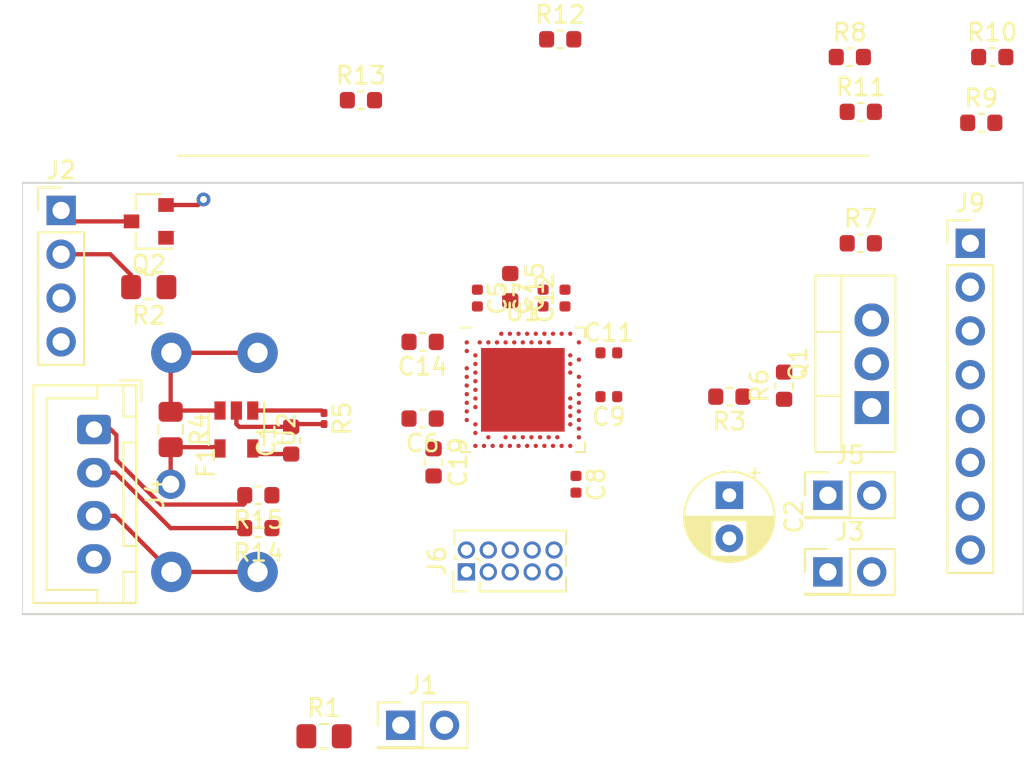
<source format=kicad_pcb>
(kicad_pcb (version 20171130) (host pcbnew 5.1.5+dfsg1-2build2)

  (general
    (thickness 1.6)
    (drawings 5)
    (tracks 40)
    (zones 0)
    (modules 39)
    (nets 96)
  )

  (page A4)
  (layers
    (0 F.Cu signal)
    (31 B.Cu signal)
    (32 B.Adhes user)
    (33 F.Adhes user)
    (34 B.Paste user)
    (35 F.Paste user)
    (36 B.SilkS user)
    (37 F.SilkS user)
    (38 B.Mask user)
    (39 F.Mask user)
    (40 Dwgs.User user)
    (41 Cmts.User user)
    (42 Eco1.User user)
    (43 Eco2.User user)
    (44 Edge.Cuts user)
    (45 Margin user)
    (46 B.CrtYd user)
    (47 F.CrtYd user)
    (48 B.Fab user)
    (49 F.Fab user)
  )

  (setup
    (last_trace_width 0.25)
    (trace_clearance 0.2)
    (zone_clearance 0.508)
    (zone_45_only no)
    (trace_min 0.2)
    (via_size 0.8)
    (via_drill 0.4)
    (via_min_size 0.4)
    (via_min_drill 0.3)
    (user_via 1.7 1)
    (uvia_size 0.3)
    (uvia_drill 0.1)
    (uvias_allowed no)
    (uvia_min_size 0.2)
    (uvia_min_drill 0.1)
    (edge_width 0.05)
    (segment_width 0.2)
    (pcb_text_width 0.3)
    (pcb_text_size 1.5 1.5)
    (mod_edge_width 0.12)
    (mod_text_size 1 1)
    (mod_text_width 0.15)
    (pad_size 1.524 1.524)
    (pad_drill 0.762)
    (pad_to_mask_clearance 0.051)
    (solder_mask_min_width 0.25)
    (aux_axis_origin 0 0)
    (visible_elements FFFFFF7F)
    (pcbplotparams
      (layerselection 0x010fc_ffffffff)
      (usegerberextensions false)
      (usegerberattributes false)
      (usegerberadvancedattributes false)
      (creategerberjobfile false)
      (excludeedgelayer true)
      (linewidth 0.100000)
      (plotframeref false)
      (viasonmask false)
      (mode 1)
      (useauxorigin false)
      (hpglpennumber 1)
      (hpglpenspeed 20)
      (hpglpendiameter 15.000000)
      (psnegative false)
      (psa4output false)
      (plotreference true)
      (plotvalue true)
      (plotinvisibletext false)
      (padsonsilk false)
      (subtractmaskfromsilk false)
      (outputformat 1)
      (mirror false)
      (drillshape 1)
      (scaleselection 1)
      (outputdirectory ""))
  )

  (net 0 "")
  (net 1 GND)
  (net 2 "Net-(C5-Pad2)")
  (net 3 +3V3)
  (net 4 "Net-(C9-Pad2)")
  (net 5 "Net-(C11-Pad1)")
  (net 6 "Net-(C15-Pad2)")
  (net 7 +5V)
  (net 8 "Net-(U1-PadB24)")
  (net 9 "Net-(U1-PadA8)")
  (net 10 "Net-(U1-PadB3)")
  (net 11 "Net-(U1-PadAC21)")
  (net 12 "Net-(U1-PadAD2)")
  (net 13 "Net-(U1-PadAB2)")
  (net 14 "Net-(U1-PadU1)")
  (net 15 "Net-(U1-PadR1)")
  (net 16 "Net-(U1-PadN1)")
  (net 17 "Net-(U1-PadL1)")
  (net 18 "Net-(U1-PadJ1)")
  (net 19 "Net-(U1-PadG1)")
  (net 20 "Net-(U1-PadT2)")
  (net 21 "Net-(U1-PadP2)")
  (net 22 "Net-(U1-PadM2)")
  (net 23 "Net-(U1-PadK2)")
  (net 24 "Net-(U1-PadH2)")
  (net 25 "Net-(U1-PadF2)")
  (net 26 "Net-(U1-PadD2)")
  (net 27 "Net-(U1-PadAD4)")
  (net 28 "Net-(U1-PadAD6)")
  (net 29 "Net-(U1-PadAD8)")
  (net 30 "Net-(U1-PadAD10)")
  (net 31 "Net-(U1-PadAD12)")
  (net 32 "Net-(U1-PadAD16)")
  (net 33 "Net-(U1-PadAD18)")
  (net 34 "Net-(U1-PadAD20)")
  (net 35 "Net-(U1-PadAD22)")
  (net 36 "Net-(U1-PadAC19)")
  (net 37 "Net-(U1-PadAC17)")
  (net 38 "Net-(U1-PadAC15)")
  (net 39 "Net-(U1-PadAC11)")
  (net 40 "Net-(U1-PadAC9)")
  (net 41 "Net-(U1-PadAC5)")
  (net 42 "Net-(U1-PadB9)")
  (net 43 "Net-(U1-PadB11)")
  (net 44 "Net-(U1-PadB13)")
  (net 45 "Net-(U1-PadB15)")
  (net 46 "Net-(U1-PadB17)")
  (net 47 "Net-(U1-PadB19)")
  (net 48 "Net-(U1-PadA10)")
  (net 49 "Net-(U1-PadA12)")
  (net 50 "Net-(U1-PadA14)")
  (net 51 "Net-(U1-PadA16)")
  (net 52 "Net-(U1-PadA18)")
  (net 53 "Net-(U1-PadA20)")
  (net 54 "Net-(U1-PadA23)")
  (net 55 "Net-(U1-PadH23)")
  (net 56 "Net-(U1-PadP23)")
  (net 57 "Net-(U1-PadT23)")
  (net 58 "Net-(U1-PadV23)")
  (net 59 "Net-(U1-PadY23)")
  (net 60 "Net-(U1-PadJ24)")
  (net 61 "Net-(U1-PadL24)")
  (net 62 "Net-(U1-PadR24)")
  (net 63 "Net-(U1-PadU24)")
  (net 64 "Net-(U1-PadW24)")
  (net 65 "Net-(J1-Pad1)")
  (net 66 FAN_PWM_RAW)
  (net 67 FAN_TACH_RAW)
  (net 68 LOCAL_SDA)
  (net 69 LOCAL_SCL)
  (net 70 RACK_SCL)
  (net 71 RACK_SDA)
  (net 72 RACK_VDD)
  (net 73 "Net-(J5-Pad2)")
  (net 74 SWDIO)
  (net 75 SWDCLK)
  (net 76 "Net-(J9-Pad5)")
  (net 77 "Net-(J9-Pad6)")
  (net 78 "Net-(J9-Pad7)")
  (net 79 "Net-(J9-Pad8)")
  (net 80 "Net-(Q1-Pad1)")
  (net 81 FAN_PWM)
  (net 82 STATUS_LED)
  (net 83 FAN_TACH)
  (net 84 PI_ENABLE)
  (net 85 CURRENT_SENSE)
  (net 86 RTC_BAT)
  (net 87 "Net-(F1-Pad1)")
  (net 88 RACK_GND)
  (net 89 RACK_SDA_IN)
  (net 90 RACK_SCL_IN)
  (net 91 RACK_VDD_SENSE)
  (net 92 "Net-(J6-Pad6)")
  (net 93 "Net-(J6-Pad7)")
  (net 94 "Net-(J6-Pad8)")
  (net 95 "Net-(J6-Pad10)")

  (net_class Default "This is the default net class."
    (clearance 0.2)
    (trace_width 0.25)
    (via_dia 0.8)
    (via_drill 0.4)
    (uvia_dia 0.3)
    (uvia_drill 0.1)
    (add_net +3V3)
    (add_net +5V)
    (add_net CURRENT_SENSE)
    (add_net FAN_PWM)
    (add_net FAN_PWM_RAW)
    (add_net FAN_TACH)
    (add_net FAN_TACH_RAW)
    (add_net GND)
    (add_net LOCAL_SCL)
    (add_net LOCAL_SDA)
    (add_net "Net-(C11-Pad1)")
    (add_net "Net-(C15-Pad2)")
    (add_net "Net-(C5-Pad2)")
    (add_net "Net-(C9-Pad2)")
    (add_net "Net-(F1-Pad1)")
    (add_net "Net-(J1-Pad1)")
    (add_net "Net-(J5-Pad2)")
    (add_net "Net-(J6-Pad10)")
    (add_net "Net-(J6-Pad6)")
    (add_net "Net-(J6-Pad7)")
    (add_net "Net-(J6-Pad8)")
    (add_net "Net-(J9-Pad5)")
    (add_net "Net-(J9-Pad6)")
    (add_net "Net-(J9-Pad7)")
    (add_net "Net-(J9-Pad8)")
    (add_net "Net-(Q1-Pad1)")
    (add_net "Net-(U1-PadA10)")
    (add_net "Net-(U1-PadA12)")
    (add_net "Net-(U1-PadA14)")
    (add_net "Net-(U1-PadA16)")
    (add_net "Net-(U1-PadA18)")
    (add_net "Net-(U1-PadA20)")
    (add_net "Net-(U1-PadA23)")
    (add_net "Net-(U1-PadA8)")
    (add_net "Net-(U1-PadAB2)")
    (add_net "Net-(U1-PadAC11)")
    (add_net "Net-(U1-PadAC15)")
    (add_net "Net-(U1-PadAC17)")
    (add_net "Net-(U1-PadAC19)")
    (add_net "Net-(U1-PadAC21)")
    (add_net "Net-(U1-PadAC5)")
    (add_net "Net-(U1-PadAC9)")
    (add_net "Net-(U1-PadAD10)")
    (add_net "Net-(U1-PadAD12)")
    (add_net "Net-(U1-PadAD16)")
    (add_net "Net-(U1-PadAD18)")
    (add_net "Net-(U1-PadAD2)")
    (add_net "Net-(U1-PadAD20)")
    (add_net "Net-(U1-PadAD22)")
    (add_net "Net-(U1-PadAD4)")
    (add_net "Net-(U1-PadAD6)")
    (add_net "Net-(U1-PadAD8)")
    (add_net "Net-(U1-PadB11)")
    (add_net "Net-(U1-PadB13)")
    (add_net "Net-(U1-PadB15)")
    (add_net "Net-(U1-PadB17)")
    (add_net "Net-(U1-PadB19)")
    (add_net "Net-(U1-PadB24)")
    (add_net "Net-(U1-PadB3)")
    (add_net "Net-(U1-PadB9)")
    (add_net "Net-(U1-PadD2)")
    (add_net "Net-(U1-PadF2)")
    (add_net "Net-(U1-PadG1)")
    (add_net "Net-(U1-PadH2)")
    (add_net "Net-(U1-PadH23)")
    (add_net "Net-(U1-PadJ1)")
    (add_net "Net-(U1-PadJ24)")
    (add_net "Net-(U1-PadK2)")
    (add_net "Net-(U1-PadL1)")
    (add_net "Net-(U1-PadL24)")
    (add_net "Net-(U1-PadM2)")
    (add_net "Net-(U1-PadN1)")
    (add_net "Net-(U1-PadP2)")
    (add_net "Net-(U1-PadP23)")
    (add_net "Net-(U1-PadR1)")
    (add_net "Net-(U1-PadR24)")
    (add_net "Net-(U1-PadT2)")
    (add_net "Net-(U1-PadT23)")
    (add_net "Net-(U1-PadU1)")
    (add_net "Net-(U1-PadU24)")
    (add_net "Net-(U1-PadV23)")
    (add_net "Net-(U1-PadW24)")
    (add_net "Net-(U1-PadY23)")
    (add_net PI_ENABLE)
    (add_net RACK_GND)
    (add_net RACK_SCL)
    (add_net RACK_SCL_IN)
    (add_net RACK_SDA)
    (add_net RACK_SDA_IN)
    (add_net RACK_VDD)
    (add_net RACK_VDD_SENSE)
    (add_net RTC_BAT)
    (add_net STATUS_LED)
    (add_net SWDCLK)
    (add_net SWDIO)
  )

  (module Capacitor_SMD:C_0402_1005Metric (layer F.Cu) (tedit 5B301BBE) (tstamp 61E511BD)
    (at 126.365 106.68 270)
    (descr "Capacitor SMD 0402 (1005 Metric), square (rectangular) end terminal, IPC_7351 nominal, (Body size source: http://www.tortai-tech.com/upload/download/2011102023233369053.pdf), generated with kicad-footprint-generator")
    (tags capacitor)
    (path /620FF587)
    (attr smd)
    (fp_text reference C5 (at 0 -1.17 90) (layer F.SilkS)
      (effects (font (size 1 1) (thickness 0.15)))
    )
    (fp_text value 100nF (at 0 1.17 90) (layer F.Fab)
      (effects (font (size 1 1) (thickness 0.15)))
    )
    (fp_line (start -0.5 0.25) (end -0.5 -0.25) (layer F.Fab) (width 0.1))
    (fp_line (start -0.5 -0.25) (end 0.5 -0.25) (layer F.Fab) (width 0.1))
    (fp_line (start 0.5 -0.25) (end 0.5 0.25) (layer F.Fab) (width 0.1))
    (fp_line (start 0.5 0.25) (end -0.5 0.25) (layer F.Fab) (width 0.1))
    (fp_line (start -0.93 0.47) (end -0.93 -0.47) (layer F.CrtYd) (width 0.05))
    (fp_line (start -0.93 -0.47) (end 0.93 -0.47) (layer F.CrtYd) (width 0.05))
    (fp_line (start 0.93 -0.47) (end 0.93 0.47) (layer F.CrtYd) (width 0.05))
    (fp_line (start 0.93 0.47) (end -0.93 0.47) (layer F.CrtYd) (width 0.05))
    (fp_text user %R (at 0 0 90) (layer F.Fab)
      (effects (font (size 0.25 0.25) (thickness 0.04)))
    )
    (pad 1 smd roundrect (at -0.485 0 270) (size 0.59 0.64) (layers F.Cu F.Paste F.Mask) (roundrect_rratio 0.25)
      (net 1 GND))
    (pad 2 smd roundrect (at 0.485 0 270) (size 0.59 0.64) (layers F.Cu F.Paste F.Mask) (roundrect_rratio 0.25)
      (net 2 "Net-(C5-Pad2)"))
    (model ${KISYS3DMOD}/Capacitor_SMD.3dshapes/C_0402_1005Metric.wrl
      (at (xyz 0 0 0))
      (scale (xyz 1 1 1))
      (rotate (xyz 0 0 0))
    )
  )

  (module Capacitor_SMD:C_0603_1608Metric (layer F.Cu) (tedit 5B301BBE) (tstamp 61E511CE)
    (at 123.19 113.665 180)
    (descr "Capacitor SMD 0603 (1608 Metric), square (rectangular) end terminal, IPC_7351 nominal, (Body size source: http://www.tortai-tech.com/upload/download/2011102023233369053.pdf), generated with kicad-footprint-generator")
    (tags capacitor)
    (path /6212A408)
    (attr smd)
    (fp_text reference C6 (at 0 -1.43) (layer F.SilkS)
      (effects (font (size 1 1) (thickness 0.15)))
    )
    (fp_text value 4.7uF (at 0 1.43) (layer F.Fab)
      (effects (font (size 1 1) (thickness 0.15)))
    )
    (fp_line (start -0.8 0.4) (end -0.8 -0.4) (layer F.Fab) (width 0.1))
    (fp_line (start -0.8 -0.4) (end 0.8 -0.4) (layer F.Fab) (width 0.1))
    (fp_line (start 0.8 -0.4) (end 0.8 0.4) (layer F.Fab) (width 0.1))
    (fp_line (start 0.8 0.4) (end -0.8 0.4) (layer F.Fab) (width 0.1))
    (fp_line (start -0.162779 -0.51) (end 0.162779 -0.51) (layer F.SilkS) (width 0.12))
    (fp_line (start -0.162779 0.51) (end 0.162779 0.51) (layer F.SilkS) (width 0.12))
    (fp_line (start -1.48 0.73) (end -1.48 -0.73) (layer F.CrtYd) (width 0.05))
    (fp_line (start -1.48 -0.73) (end 1.48 -0.73) (layer F.CrtYd) (width 0.05))
    (fp_line (start 1.48 -0.73) (end 1.48 0.73) (layer F.CrtYd) (width 0.05))
    (fp_line (start 1.48 0.73) (end -1.48 0.73) (layer F.CrtYd) (width 0.05))
    (fp_text user %R (at 0 0) (layer F.Fab)
      (effects (font (size 0.4 0.4) (thickness 0.06)))
    )
    (pad 1 smd roundrect (at -0.7875 0 180) (size 0.875 0.95) (layers F.Cu F.Paste F.Mask) (roundrect_rratio 0.25)
      (net 3 +3V3))
    (pad 2 smd roundrect (at 0.7875 0 180) (size 0.875 0.95) (layers F.Cu F.Paste F.Mask) (roundrect_rratio 0.25)
      (net 1 GND))
    (model ${KISYS3DMOD}/Capacitor_SMD.3dshapes/C_0603_1608Metric.wrl
      (at (xyz 0 0 0))
      (scale (xyz 1 1 1))
      (rotate (xyz 0 0 0))
    )
  )

  (module Capacitor_SMD:C_0402_1005Metric (layer F.Cu) (tedit 5B301BBE) (tstamp 61E511DD)
    (at 130.175 106.68 90)
    (descr "Capacitor SMD 0402 (1005 Metric), square (rectangular) end terminal, IPC_7351 nominal, (Body size source: http://www.tortai-tech.com/upload/download/2011102023233369053.pdf), generated with kicad-footprint-generator")
    (tags capacitor)
    (path /6218497C)
    (attr smd)
    (fp_text reference C7 (at 0 -1.17 90) (layer F.SilkS)
      (effects (font (size 1 1) (thickness 0.15)))
    )
    (fp_text value 100nF (at 0 1.17 90) (layer F.Fab)
      (effects (font (size 1 1) (thickness 0.15)))
    )
    (fp_text user %R (at 0 0 90) (layer F.Fab)
      (effects (font (size 0.25 0.25) (thickness 0.04)))
    )
    (fp_line (start 0.93 0.47) (end -0.93 0.47) (layer F.CrtYd) (width 0.05))
    (fp_line (start 0.93 -0.47) (end 0.93 0.47) (layer F.CrtYd) (width 0.05))
    (fp_line (start -0.93 -0.47) (end 0.93 -0.47) (layer F.CrtYd) (width 0.05))
    (fp_line (start -0.93 0.47) (end -0.93 -0.47) (layer F.CrtYd) (width 0.05))
    (fp_line (start 0.5 0.25) (end -0.5 0.25) (layer F.Fab) (width 0.1))
    (fp_line (start 0.5 -0.25) (end 0.5 0.25) (layer F.Fab) (width 0.1))
    (fp_line (start -0.5 -0.25) (end 0.5 -0.25) (layer F.Fab) (width 0.1))
    (fp_line (start -0.5 0.25) (end -0.5 -0.25) (layer F.Fab) (width 0.1))
    (pad 2 smd roundrect (at 0.485 0 90) (size 0.59 0.64) (layers F.Cu F.Paste F.Mask) (roundrect_rratio 0.25)
      (net 1 GND))
    (pad 1 smd roundrect (at -0.485 0 90) (size 0.59 0.64) (layers F.Cu F.Paste F.Mask) (roundrect_rratio 0.25)
      (net 3 +3V3))
    (model ${KISYS3DMOD}/Capacitor_SMD.3dshapes/C_0402_1005Metric.wrl
      (at (xyz 0 0 0))
      (scale (xyz 1 1 1))
      (rotate (xyz 0 0 0))
    )
  )

  (module Capacitor_SMD:C_0402_1005Metric (layer F.Cu) (tedit 5B301BBE) (tstamp 61E511EC)
    (at 132.08 117.475 270)
    (descr "Capacitor SMD 0402 (1005 Metric), square (rectangular) end terminal, IPC_7351 nominal, (Body size source: http://www.tortai-tech.com/upload/download/2011102023233369053.pdf), generated with kicad-footprint-generator")
    (tags capacitor)
    (path /6218887A)
    (attr smd)
    (fp_text reference C8 (at 0 -1.17 90) (layer F.SilkS)
      (effects (font (size 1 1) (thickness 0.15)))
    )
    (fp_text value 100nF (at 0 1.17 90) (layer F.Fab)
      (effects (font (size 1 1) (thickness 0.15)))
    )
    (fp_line (start -0.5 0.25) (end -0.5 -0.25) (layer F.Fab) (width 0.1))
    (fp_line (start -0.5 -0.25) (end 0.5 -0.25) (layer F.Fab) (width 0.1))
    (fp_line (start 0.5 -0.25) (end 0.5 0.25) (layer F.Fab) (width 0.1))
    (fp_line (start 0.5 0.25) (end -0.5 0.25) (layer F.Fab) (width 0.1))
    (fp_line (start -0.93 0.47) (end -0.93 -0.47) (layer F.CrtYd) (width 0.05))
    (fp_line (start -0.93 -0.47) (end 0.93 -0.47) (layer F.CrtYd) (width 0.05))
    (fp_line (start 0.93 -0.47) (end 0.93 0.47) (layer F.CrtYd) (width 0.05))
    (fp_line (start 0.93 0.47) (end -0.93 0.47) (layer F.CrtYd) (width 0.05))
    (fp_text user %R (at 0 0 90) (layer F.Fab)
      (effects (font (size 0.25 0.25) (thickness 0.04)))
    )
    (pad 1 smd roundrect (at -0.485 0 270) (size 0.59 0.64) (layers F.Cu F.Paste F.Mask) (roundrect_rratio 0.25)
      (net 3 +3V3))
    (pad 2 smd roundrect (at 0.485 0 270) (size 0.59 0.64) (layers F.Cu F.Paste F.Mask) (roundrect_rratio 0.25)
      (net 1 GND))
    (model ${KISYS3DMOD}/Capacitor_SMD.3dshapes/C_0402_1005Metric.wrl
      (at (xyz 0 0 0))
      (scale (xyz 1 1 1))
      (rotate (xyz 0 0 0))
    )
  )

  (module Capacitor_SMD:C_0402_1005Metric (layer F.Cu) (tedit 5B301BBE) (tstamp 61E511FB)
    (at 133.985 112.395 180)
    (descr "Capacitor SMD 0402 (1005 Metric), square (rectangular) end terminal, IPC_7351 nominal, (Body size source: http://www.tortai-tech.com/upload/download/2011102023233369053.pdf), generated with kicad-footprint-generator")
    (tags capacitor)
    (path /6210D308)
    (attr smd)
    (fp_text reference C9 (at 0 -1.17) (layer F.SilkS)
      (effects (font (size 1 1) (thickness 0.15)))
    )
    (fp_text value 820pF (at 0 1.17) (layer F.Fab)
      (effects (font (size 1 1) (thickness 0.15)))
    )
    (fp_line (start -0.5 0.25) (end -0.5 -0.25) (layer F.Fab) (width 0.1))
    (fp_line (start -0.5 -0.25) (end 0.5 -0.25) (layer F.Fab) (width 0.1))
    (fp_line (start 0.5 -0.25) (end 0.5 0.25) (layer F.Fab) (width 0.1))
    (fp_line (start 0.5 0.25) (end -0.5 0.25) (layer F.Fab) (width 0.1))
    (fp_line (start -0.93 0.47) (end -0.93 -0.47) (layer F.CrtYd) (width 0.05))
    (fp_line (start -0.93 -0.47) (end 0.93 -0.47) (layer F.CrtYd) (width 0.05))
    (fp_line (start 0.93 -0.47) (end 0.93 0.47) (layer F.CrtYd) (width 0.05))
    (fp_line (start 0.93 0.47) (end -0.93 0.47) (layer F.CrtYd) (width 0.05))
    (fp_text user %R (at 0 0) (layer F.Fab)
      (effects (font (size 0.25 0.25) (thickness 0.04)))
    )
    (pad 1 smd roundrect (at -0.485 0 180) (size 0.59 0.64) (layers F.Cu F.Paste F.Mask) (roundrect_rratio 0.25)
      (net 1 GND))
    (pad 2 smd roundrect (at 0.485 0 180) (size 0.59 0.64) (layers F.Cu F.Paste F.Mask) (roundrect_rratio 0.25)
      (net 4 "Net-(C9-Pad2)"))
    (model ${KISYS3DMOD}/Capacitor_SMD.3dshapes/C_0402_1005Metric.wrl
      (at (xyz 0 0 0))
      (scale (xyz 1 1 1))
      (rotate (xyz 0 0 0))
    )
  )

  (module Capacitor_SMD:C_0402_1005Metric (layer F.Cu) (tedit 5B301BBE) (tstamp 61E5120A)
    (at 133.985 109.855)
    (descr "Capacitor SMD 0402 (1005 Metric), square (rectangular) end terminal, IPC_7351 nominal, (Body size source: http://www.tortai-tech.com/upload/download/2011102023233369053.pdf), generated with kicad-footprint-generator")
    (tags capacitor)
    (path /62108D8E)
    (attr smd)
    (fp_text reference C11 (at 0 -1.17) (layer F.SilkS)
      (effects (font (size 1 1) (thickness 0.15)))
    )
    (fp_text value 100pF (at 0 1.17) (layer F.Fab)
      (effects (font (size 1 1) (thickness 0.15)))
    )
    (fp_text user %R (at 0 0) (layer F.Fab)
      (effects (font (size 0.25 0.25) (thickness 0.04)))
    )
    (fp_line (start 0.93 0.47) (end -0.93 0.47) (layer F.CrtYd) (width 0.05))
    (fp_line (start 0.93 -0.47) (end 0.93 0.47) (layer F.CrtYd) (width 0.05))
    (fp_line (start -0.93 -0.47) (end 0.93 -0.47) (layer F.CrtYd) (width 0.05))
    (fp_line (start -0.93 0.47) (end -0.93 -0.47) (layer F.CrtYd) (width 0.05))
    (fp_line (start 0.5 0.25) (end -0.5 0.25) (layer F.Fab) (width 0.1))
    (fp_line (start 0.5 -0.25) (end 0.5 0.25) (layer F.Fab) (width 0.1))
    (fp_line (start -0.5 -0.25) (end 0.5 -0.25) (layer F.Fab) (width 0.1))
    (fp_line (start -0.5 0.25) (end -0.5 -0.25) (layer F.Fab) (width 0.1))
    (pad 2 smd roundrect (at 0.485 0) (size 0.59 0.64) (layers F.Cu F.Paste F.Mask) (roundrect_rratio 0.25)
      (net 1 GND))
    (pad 1 smd roundrect (at -0.485 0) (size 0.59 0.64) (layers F.Cu F.Paste F.Mask) (roundrect_rratio 0.25)
      (net 5 "Net-(C11-Pad1)"))
    (model ${KISYS3DMOD}/Capacitor_SMD.3dshapes/C_0402_1005Metric.wrl
      (at (xyz 0 0 0))
      (scale (xyz 1 1 1))
      (rotate (xyz 0 0 0))
    )
  )

  (module Capacitor_SMD:C_0402_1005Metric (layer F.Cu) (tedit 5B301BBE) (tstamp 61E51219)
    (at 131.445 106.68 90)
    (descr "Capacitor SMD 0402 (1005 Metric), square (rectangular) end terminal, IPC_7351 nominal, (Body size source: http://www.tortai-tech.com/upload/download/2011102023233369053.pdf), generated with kicad-footprint-generator")
    (tags capacitor)
    (path /6218BBF4)
    (attr smd)
    (fp_text reference C12 (at 0 -1.17 90) (layer F.SilkS)
      (effects (font (size 1 1) (thickness 0.15)))
    )
    (fp_text value 100nF (at 0 1.17 90) (layer F.Fab)
      (effects (font (size 1 1) (thickness 0.15)))
    )
    (fp_text user %R (at 0 0 90) (layer F.Fab)
      (effects (font (size 0.25 0.25) (thickness 0.04)))
    )
    (fp_line (start 0.93 0.47) (end -0.93 0.47) (layer F.CrtYd) (width 0.05))
    (fp_line (start 0.93 -0.47) (end 0.93 0.47) (layer F.CrtYd) (width 0.05))
    (fp_line (start -0.93 -0.47) (end 0.93 -0.47) (layer F.CrtYd) (width 0.05))
    (fp_line (start -0.93 0.47) (end -0.93 -0.47) (layer F.CrtYd) (width 0.05))
    (fp_line (start 0.5 0.25) (end -0.5 0.25) (layer F.Fab) (width 0.1))
    (fp_line (start 0.5 -0.25) (end 0.5 0.25) (layer F.Fab) (width 0.1))
    (fp_line (start -0.5 -0.25) (end 0.5 -0.25) (layer F.Fab) (width 0.1))
    (fp_line (start -0.5 0.25) (end -0.5 -0.25) (layer F.Fab) (width 0.1))
    (pad 2 smd roundrect (at 0.485 0 90) (size 0.59 0.64) (layers F.Cu F.Paste F.Mask) (roundrect_rratio 0.25)
      (net 1 GND))
    (pad 1 smd roundrect (at -0.485 0 90) (size 0.59 0.64) (layers F.Cu F.Paste F.Mask) (roundrect_rratio 0.25)
      (net 3 +3V3))
    (model ${KISYS3DMOD}/Capacitor_SMD.3dshapes/C_0402_1005Metric.wrl
      (at (xyz 0 0 0))
      (scale (xyz 1 1 1))
      (rotate (xyz 0 0 0))
    )
  )

  (module Capacitor_SMD:C_0603_1608Metric (layer F.Cu) (tedit 5B301BBE) (tstamp 61E5122A)
    (at 123.19 109.22 180)
    (descr "Capacitor SMD 0603 (1608 Metric), square (rectangular) end terminal, IPC_7351 nominal, (Body size source: http://www.tortai-tech.com/upload/download/2011102023233369053.pdf), generated with kicad-footprint-generator")
    (tags capacitor)
    (path /62193466)
    (attr smd)
    (fp_text reference C14 (at 0 -1.43) (layer F.SilkS)
      (effects (font (size 1 1) (thickness 0.15)))
    )
    (fp_text value 1uF (at 0 1.43) (layer F.Fab)
      (effects (font (size 1 1) (thickness 0.15)))
    )
    (fp_text user %R (at 0 0) (layer F.Fab)
      (effects (font (size 0.4 0.4) (thickness 0.06)))
    )
    (fp_line (start 1.48 0.73) (end -1.48 0.73) (layer F.CrtYd) (width 0.05))
    (fp_line (start 1.48 -0.73) (end 1.48 0.73) (layer F.CrtYd) (width 0.05))
    (fp_line (start -1.48 -0.73) (end 1.48 -0.73) (layer F.CrtYd) (width 0.05))
    (fp_line (start -1.48 0.73) (end -1.48 -0.73) (layer F.CrtYd) (width 0.05))
    (fp_line (start -0.162779 0.51) (end 0.162779 0.51) (layer F.SilkS) (width 0.12))
    (fp_line (start -0.162779 -0.51) (end 0.162779 -0.51) (layer F.SilkS) (width 0.12))
    (fp_line (start 0.8 0.4) (end -0.8 0.4) (layer F.Fab) (width 0.1))
    (fp_line (start 0.8 -0.4) (end 0.8 0.4) (layer F.Fab) (width 0.1))
    (fp_line (start -0.8 -0.4) (end 0.8 -0.4) (layer F.Fab) (width 0.1))
    (fp_line (start -0.8 0.4) (end -0.8 -0.4) (layer F.Fab) (width 0.1))
    (pad 2 smd roundrect (at 0.7875 0 180) (size 0.875 0.95) (layers F.Cu F.Paste F.Mask) (roundrect_rratio 0.25)
      (net 1 GND))
    (pad 1 smd roundrect (at -0.7875 0 180) (size 0.875 0.95) (layers F.Cu F.Paste F.Mask) (roundrect_rratio 0.25)
      (net 3 +3V3))
    (model ${KISYS3DMOD}/Capacitor_SMD.3dshapes/C_0603_1608Metric.wrl
      (at (xyz 0 0 0))
      (scale (xyz 1 1 1))
      (rotate (xyz 0 0 0))
    )
  )

  (module Capacitor_SMD:C_0603_1608Metric (layer F.Cu) (tedit 5B301BBE) (tstamp 61E5123B)
    (at 128.27 106.045 270)
    (descr "Capacitor SMD 0603 (1608 Metric), square (rectangular) end terminal, IPC_7351 nominal, (Body size source: http://www.tortai-tech.com/upload/download/2011102023233369053.pdf), generated with kicad-footprint-generator")
    (tags capacitor)
    (path /6210B20A)
    (attr smd)
    (fp_text reference C15 (at 0 -1.43 90) (layer F.SilkS)
      (effects (font (size 1 1) (thickness 0.15)))
    )
    (fp_text value 1uF (at 0 1.43 90) (layer F.Fab)
      (effects (font (size 1 1) (thickness 0.15)))
    )
    (fp_line (start -0.8 0.4) (end -0.8 -0.4) (layer F.Fab) (width 0.1))
    (fp_line (start -0.8 -0.4) (end 0.8 -0.4) (layer F.Fab) (width 0.1))
    (fp_line (start 0.8 -0.4) (end 0.8 0.4) (layer F.Fab) (width 0.1))
    (fp_line (start 0.8 0.4) (end -0.8 0.4) (layer F.Fab) (width 0.1))
    (fp_line (start -0.162779 -0.51) (end 0.162779 -0.51) (layer F.SilkS) (width 0.12))
    (fp_line (start -0.162779 0.51) (end 0.162779 0.51) (layer F.SilkS) (width 0.12))
    (fp_line (start -1.48 0.73) (end -1.48 -0.73) (layer F.CrtYd) (width 0.05))
    (fp_line (start -1.48 -0.73) (end 1.48 -0.73) (layer F.CrtYd) (width 0.05))
    (fp_line (start 1.48 -0.73) (end 1.48 0.73) (layer F.CrtYd) (width 0.05))
    (fp_line (start 1.48 0.73) (end -1.48 0.73) (layer F.CrtYd) (width 0.05))
    (fp_text user %R (at 0 0 90) (layer F.Fab)
      (effects (font (size 0.4 0.4) (thickness 0.06)))
    )
    (pad 1 smd roundrect (at -0.7875 0 270) (size 0.875 0.95) (layers F.Cu F.Paste F.Mask) (roundrect_rratio 0.25)
      (net 1 GND))
    (pad 2 smd roundrect (at 0.7875 0 270) (size 0.875 0.95) (layers F.Cu F.Paste F.Mask) (roundrect_rratio 0.25)
      (net 6 "Net-(C15-Pad2)"))
    (model ${KISYS3DMOD}/Capacitor_SMD.3dshapes/C_0603_1608Metric.wrl
      (at (xyz 0 0 0))
      (scale (xyz 1 1 1))
      (rotate (xyz 0 0 0))
    )
  )

  (module Capacitor_SMD:C_0603_1608Metric (layer F.Cu) (tedit 5B301BBE) (tstamp 61E5124C)
    (at 123.825 116.205 270)
    (descr "Capacitor SMD 0603 (1608 Metric), square (rectangular) end terminal, IPC_7351 nominal, (Body size source: http://www.tortai-tech.com/upload/download/2011102023233369053.pdf), generated with kicad-footprint-generator")
    (tags capacitor)
    (path /62128837)
    (attr smd)
    (fp_text reference C19 (at 0 -1.43 90) (layer F.SilkS)
      (effects (font (size 1 1) (thickness 0.15)))
    )
    (fp_text value 4.7uF (at 0 1.43 90) (layer F.Fab)
      (effects (font (size 1 1) (thickness 0.15)))
    )
    (fp_text user %R (at 0 0 90) (layer F.Fab)
      (effects (font (size 0.4 0.4) (thickness 0.06)))
    )
    (fp_line (start 1.48 0.73) (end -1.48 0.73) (layer F.CrtYd) (width 0.05))
    (fp_line (start 1.48 -0.73) (end 1.48 0.73) (layer F.CrtYd) (width 0.05))
    (fp_line (start -1.48 -0.73) (end 1.48 -0.73) (layer F.CrtYd) (width 0.05))
    (fp_line (start -1.48 0.73) (end -1.48 -0.73) (layer F.CrtYd) (width 0.05))
    (fp_line (start -0.162779 0.51) (end 0.162779 0.51) (layer F.SilkS) (width 0.12))
    (fp_line (start -0.162779 -0.51) (end 0.162779 -0.51) (layer F.SilkS) (width 0.12))
    (fp_line (start 0.8 0.4) (end -0.8 0.4) (layer F.Fab) (width 0.1))
    (fp_line (start 0.8 -0.4) (end 0.8 0.4) (layer F.Fab) (width 0.1))
    (fp_line (start -0.8 -0.4) (end 0.8 -0.4) (layer F.Fab) (width 0.1))
    (fp_line (start -0.8 0.4) (end -0.8 -0.4) (layer F.Fab) (width 0.1))
    (pad 2 smd roundrect (at 0.7875 0 270) (size 0.875 0.95) (layers F.Cu F.Paste F.Mask) (roundrect_rratio 0.25)
      (net 1 GND))
    (pad 1 smd roundrect (at -0.7875 0 270) (size 0.875 0.95) (layers F.Cu F.Paste F.Mask) (roundrect_rratio 0.25)
      (net 7 +5V))
    (model ${KISYS3DMOD}/Capacitor_SMD.3dshapes/C_0603_1608Metric.wrl
      (at (xyz 0 0 0))
      (scale (xyz 1 1 1))
      (rotate (xyz 0 0 0))
    )
  )

  (module Package_DFN_QFN:Nordic_AQFN-73-1EP_7x7mm_P0.5mm locked (layer F.Cu) (tedit 5A55E2FA) (tstamp 61E512AF)
    (at 129 112)
    (descr http://infocenter.nordicsemi.com/index.jsp?topic=%2Fcom.nordic.infocenter.nrf52%2Fdita%2Fnrf52%2Fchips%2Fnrf52840.html)
    (tags "AQFN 7mm ")
    (path /620F11E3)
    (attr smd)
    (fp_text reference U1 (at 0 -4.5) (layer F.SilkS)
      (effects (font (size 1 1) (thickness 0.15)))
    )
    (fp_text value nRF52840 (at 0.03 5.72) (layer F.Fab)
      (effects (font (size 1 1) (thickness 0.15)))
    )
    (fp_text user %R (at 0 0) (layer F.Fab)
      (effects (font (size 1 1) (thickness 0.15)))
    )
    (fp_line (start 3.81 -3.81) (end 3.81 3.81) (layer F.CrtYd) (width 0.05))
    (fp_line (start 3.81 3.81) (end -3.81 3.81) (layer F.CrtYd) (width 0.05))
    (fp_line (start -3.81 3.81) (end -3.81 -3.81) (layer F.CrtYd) (width 0.05))
    (fp_line (start -3.81 -3.81) (end 3.81 -3.81) (layer F.CrtYd) (width 0.05))
    (fp_line (start -3.61 -3.61) (end -3.05 -3.61) (layer F.SilkS) (width 0.12))
    (fp_line (start -3.61 3.61) (end -3.61 3.05) (layer F.SilkS) (width 0.12))
    (fp_line (start -3.61 3.61) (end -3.05 3.61) (layer F.SilkS) (width 0.12))
    (fp_line (start 3.61 3.61) (end 3.05 3.61) (layer F.SilkS) (width 0.12))
    (fp_line (start 3.61 3.61) (end 3.61 3.05) (layer F.SilkS) (width 0.12))
    (fp_line (start 3.61 -3.61) (end 3.61 -3.05) (layer F.SilkS) (width 0.12))
    (fp_line (start 3.61 -3.61) (end 3.05 -3.61) (layer F.SilkS) (width 0.12))
    (fp_line (start -3.5 -3) (end -3 -3.5) (layer F.Fab) (width 0.1))
    (fp_line (start 3.5 -3.5) (end 3.5 3.5) (layer F.Fab) (width 0.1))
    (fp_line (start -3.5 3.5) (end 3.5 3.5) (layer F.Fab) (width 0.1))
    (fp_line (start -3.5 -3) (end -3.5 3.5) (layer F.Fab) (width 0.1))
    (fp_line (start -3 -3.5) (end 3.5 -3.5) (layer F.Fab) (width 0.1))
    (pad "" smd rect (at 1.2125 1.2125 180) (size 2 2) (layers F.Paste))
    (pad "" smd rect (at -1.2125 1.2125 180) (size 2 2) (layers F.Paste))
    (pad "" smd rect (at 1.2125 -1.2125 180) (size 2 2) (layers F.Paste))
    (pad "" smd rect (at -1.2125 -1.2125 180) (size 2 2) (layers F.Paste))
    (pad EP smd rect (at 0 0 180) (size 4.85 4.85) (layers F.Cu F.Mask)
      (net 1 GND))
    (pad B24 smd circle (at 3.25 -2.75 180) (size 0.25 0.25) (layers F.Cu F.Paste F.Mask)
      (net 8 "Net-(U1-PadB24)"))
    (pad D23 smd circle (at 2.75 -2 180) (size 0.25 0.25) (layers F.Cu F.Paste F.Mask)
      (net 5 "Net-(C11-Pad1)"))
    (pad A8 smd circle (at -1.25 -3.25 180) (size 0.25 0.25) (layers F.Cu F.Paste F.Mask)
      (net 9 "Net-(U1-PadA8)"))
    (pad B3 smd circle (at -2.5 -2.75 180) (size 0.25 0.25) (layers F.Cu F.Paste F.Mask)
      (net 10 "Net-(U1-PadB3)"))
    (pad AC21 smd circle (at 2 2.75 180) (size 0.25 0.25) (layers F.Cu F.Paste F.Mask)
      (net 11 "Net-(U1-PadAC21)"))
    (pad AD23 smd circle (at 2.75 3.25 180) (size 0.25 0.25) (layers F.Cu F.Paste F.Mask)
      (net 3 +3V3))
    (pad AD2 smd circle (at -2.75 3.25 180) (size 0.25 0.25) (layers F.Cu F.Paste F.Mask)
      (net 12 "Net-(U1-PadAD2)"))
    (pad AB2 smd circle (at -2.75 2.5 180) (size 0.25 0.25) (layers F.Cu F.Paste F.Mask)
      (net 13 "Net-(U1-PadAB2)"))
    (pad Y2 smd circle (at -2.75 2 180) (size 0.25 0.25) (layers F.Cu F.Paste F.Mask)
      (net 7 +5V))
    (pad W1 smd circle (at -3.25 1.75 180) (size 0.25 0.25) (layers F.Cu F.Paste F.Mask)
      (net 3 +3V3))
    (pad U1 smd circle (at -3.25 1.25 180) (size 0.25 0.25) (layers F.Cu F.Paste F.Mask)
      (net 14 "Net-(U1-PadU1)"))
    (pad R1 smd circle (at -3.25 0.75 180) (size 0.25 0.25) (layers F.Cu F.Paste F.Mask)
      (net 15 "Net-(U1-PadR1)"))
    (pad N1 smd circle (at -3.25 0.25 180) (size 0.25 0.25) (layers F.Cu F.Paste F.Mask)
      (net 16 "Net-(U1-PadN1)"))
    (pad L1 smd circle (at -3.25 -0.25 180) (size 0.25 0.25) (layers F.Cu F.Paste F.Mask)
      (net 17 "Net-(U1-PadL1)"))
    (pad J1 smd circle (at -3.25 -0.75 180) (size 0.25 0.25) (layers F.Cu F.Paste F.Mask)
      (net 18 "Net-(U1-PadJ1)"))
    (pad G1 smd circle (at -3.25 -1.25 180) (size 0.25 0.25) (layers F.Cu F.Paste F.Mask)
      (net 19 "Net-(U1-PadG1)"))
    (pad T2 smd circle (at -2.75 1 180) (size 0.25 0.25) (layers F.Cu F.Paste F.Mask)
      (net 20 "Net-(U1-PadT2)"))
    (pad P2 smd circle (at -2.75 0.5 180) (size 0.25 0.25) (layers F.Cu F.Paste F.Mask)
      (net 21 "Net-(U1-PadP2)"))
    (pad M2 smd circle (at -2.75 0 180) (size 0.25 0.25) (layers F.Cu F.Paste F.Mask)
      (net 22 "Net-(U1-PadM2)"))
    (pad K2 smd circle (at -2.75 -0.5 180) (size 0.25 0.25) (layers F.Cu F.Paste F.Mask)
      (net 23 "Net-(U1-PadK2)"))
    (pad H2 smd circle (at -2.75 -1 180) (size 0.25 0.25) (layers F.Cu F.Paste F.Mask)
      (net 24 "Net-(U1-PadH2)"))
    (pad F2 smd circle (at -2.75 -1.5 180) (size 0.25 0.25) (layers F.Cu F.Paste F.Mask)
      (net 25 "Net-(U1-PadF2)"))
    (pad C1 smd circle (at -3.25 -2.25 180) (size 0.25 0.25) (layers F.Cu F.Paste F.Mask)
      (net 2 "Net-(C5-Pad2)"))
    (pad D2 smd circle (at -2.75 -2 180) (size 0.25 0.25) (layers F.Cu F.Paste F.Mask)
      (net 26 "Net-(U1-PadD2)"))
    (pad B1 smd circle (at -3.25 -2.75 180) (size 0.25 0.25) (layers F.Cu F.Paste F.Mask)
      (net 3 +3V3))
    (pad AD4 smd circle (at -2.25 3.25 180) (size 0.25 0.25) (layers F.Cu F.Paste F.Mask)
      (net 27 "Net-(U1-PadAD4)"))
    (pad AD6 smd circle (at -1.75 3.25 180) (size 0.25 0.25) (layers F.Cu F.Paste F.Mask)
      (net 28 "Net-(U1-PadAD6)"))
    (pad AD8 smd circle (at -1.25 3.25 180) (size 0.25 0.25) (layers F.Cu F.Paste F.Mask)
      (net 29 "Net-(U1-PadAD8)"))
    (pad AD10 smd circle (at -0.75 3.25 180) (size 0.25 0.25) (layers F.Cu F.Paste F.Mask)
      (net 30 "Net-(U1-PadAD10)"))
    (pad AD12 smd circle (at -0.25 3.25 180) (size 0.25 0.25) (layers F.Cu F.Paste F.Mask)
      (net 31 "Net-(U1-PadAD12)"))
    (pad AD14 smd circle (at 0.25 3.25 180) (size 0.25 0.25) (layers F.Cu F.Paste F.Mask)
      (net 3 +3V3))
    (pad AD16 smd circle (at 0.75 3.25 180) (size 0.25 0.25) (layers F.Cu F.Paste F.Mask)
      (net 32 "Net-(U1-PadAD16)"))
    (pad AD18 smd circle (at 1.25 3.25 180) (size 0.25 0.25) (layers F.Cu F.Paste F.Mask)
      (net 33 "Net-(U1-PadAD18)"))
    (pad AD20 smd circle (at 1.75 3.25 180) (size 0.25 0.25) (layers F.Cu F.Paste F.Mask)
      (net 34 "Net-(U1-PadAD20)"))
    (pad AD22 smd circle (at 2.25 3.25 180) (size 0.25 0.25) (layers F.Cu F.Paste F.Mask)
      (net 35 "Net-(U1-PadAD22)"))
    (pad AC19 smd circle (at 1.5 2.75 180) (size 0.25 0.25) (layers F.Cu F.Paste F.Mask)
      (net 36 "Net-(U1-PadAC19)"))
    (pad AC17 smd circle (at 1 2.75 180) (size 0.25 0.25) (layers F.Cu F.Paste F.Mask)
      (net 37 "Net-(U1-PadAC17)"))
    (pad AC15 smd circle (at 0.5 2.75 180) (size 0.25 0.25) (layers F.Cu F.Paste F.Mask)
      (net 38 "Net-(U1-PadAC15)"))
    (pad AC13 smd circle (at 0 2.75 180) (size 0.25 0.25) (layers F.Cu F.Paste F.Mask)
      (net 3 +3V3))
    (pad AC11 smd circle (at -0.5 2.75 180) (size 0.25 0.25) (layers F.Cu F.Paste F.Mask)
      (net 39 "Net-(U1-PadAC11)"))
    (pad AC9 smd circle (at -1 2.75 180) (size 0.25 0.25) (layers F.Cu F.Paste F.Mask)
      (net 40 "Net-(U1-PadAC9)"))
    (pad AC5 smd circle (at -2 2.75 180) (size 0.25 0.25) (layers F.Cu F.Paste F.Mask)
      (net 41 "Net-(U1-PadAC5)"))
    (pad B5 smd circle (at -2 -2.75 180) (size 0.25 0.25) (layers F.Cu F.Paste F.Mask)
      (net 6 "Net-(C15-Pad2)"))
    (pad B7 smd circle (at -1.5 -2.75 180) (size 0.25 0.25) (layers F.Cu F.Paste F.Mask)
      (net 1 GND))
    (pad B9 smd circle (at -1 -2.75 180) (size 0.25 0.25) (layers F.Cu F.Paste F.Mask)
      (net 42 "Net-(U1-PadB9)"))
    (pad B11 smd circle (at -0.5 -2.75 180) (size 0.25 0.25) (layers F.Cu F.Paste F.Mask)
      (net 43 "Net-(U1-PadB11)"))
    (pad B13 smd circle (at 0 -2.75 180) (size 0.25 0.25) (layers F.Cu F.Paste F.Mask)
      (net 44 "Net-(U1-PadB13)"))
    (pad B15 smd circle (at 0.5 -2.75 180) (size 0.25 0.25) (layers F.Cu F.Paste F.Mask)
      (net 45 "Net-(U1-PadB15)"))
    (pad B17 smd circle (at 1 -2.75 180) (size 0.25 0.25) (layers F.Cu F.Paste F.Mask)
      (net 46 "Net-(U1-PadB17)"))
    (pad B19 smd circle (at 1.5 -2.75 180) (size 0.25 0.25) (layers F.Cu F.Paste F.Mask)
      (net 47 "Net-(U1-PadB19)"))
    (pad A10 smd circle (at -0.75 -3.25 180) (size 0.25 0.25) (layers F.Cu F.Paste F.Mask)
      (net 48 "Net-(U1-PadA10)"))
    (pad A12 smd circle (at -0.25 -3.25 180) (size 0.25 0.25) (layers F.Cu F.Paste F.Mask)
      (net 49 "Net-(U1-PadA12)"))
    (pad A14 smd circle (at 0.25 -3.25 180) (size 0.25 0.25) (layers F.Cu F.Paste F.Mask)
      (net 50 "Net-(U1-PadA14)"))
    (pad A16 smd circle (at 0.75 -3.25 180) (size 0.25 0.25) (layers F.Cu F.Paste F.Mask)
      (net 51 "Net-(U1-PadA16)"))
    (pad A18 smd circle (at 1.25 -3.25 180) (size 0.25 0.25) (layers F.Cu F.Paste F.Mask)
      (net 52 "Net-(U1-PadA18)"))
    (pad A20 smd circle (at 1.75 -3.25 180) (size 0.25 0.25) (layers F.Cu F.Paste F.Mask)
      (net 53 "Net-(U1-PadA20)"))
    (pad A22 smd circle (at 2.25 -3.25 180) (size 0.25 0.25) (layers F.Cu F.Paste F.Mask)
      (net 3 +3V3))
    (pad A23 smd circle (at 2.75 -3.25 180) (size 0.25 0.25) (layers F.Cu F.Paste F.Mask)
      (net 54 "Net-(U1-PadA23)"))
    (pad F23 smd circle (at 2.75 -1.5 180) (size 0.25 0.25) (layers F.Cu F.Paste F.Mask)
      (net 1 GND))
    (pad H23 smd circle (at 2.75 -1 180) (size 0.25 0.25) (layers F.Cu F.Paste F.Mask)
      (net 55 "Net-(U1-PadH23)"))
    (pad P23 smd circle (at 2.75 0.5 180) (size 0.25 0.25) (layers F.Cu F.Paste F.Mask)
      (net 56 "Net-(U1-PadP23)"))
    (pad T23 smd circle (at 2.75 1 180) (size 0.25 0.25) (layers F.Cu F.Paste F.Mask)
      (net 57 "Net-(U1-PadT23)"))
    (pad V23 smd circle (at 2.75 1.5 180) (size 0.25 0.25) (layers F.Cu F.Paste F.Mask)
      (net 58 "Net-(U1-PadV23)"))
    (pad Y23 smd circle (at 2.75 2 180) (size 0.25 0.25) (layers F.Cu F.Paste F.Mask)
      (net 59 "Net-(U1-PadY23)"))
    (pad E24 smd circle (at 3.25 -1.75 180) (size 0.25 0.25) (layers F.Cu F.Paste F.Mask)
      (net 6 "Net-(C15-Pad2)"))
    (pad J24 smd circle (at 3.25 -0.75 180) (size 0.25 0.25) (layers F.Cu F.Paste F.Mask)
      (net 60 "Net-(U1-PadJ24)"))
    (pad L24 smd circle (at 3.25 -0.25 180) (size 0.25 0.25) (layers F.Cu F.Paste F.Mask)
      (net 61 "Net-(U1-PadL24)"))
    (pad N24 smd circle (at 3.25 0.25 180) (size 0.25 0.25) (layers F.Cu F.Paste F.Mask)
      (net 4 "Net-(C9-Pad2)"))
    (pad R24 smd circle (at 3.25 0.75 180) (size 0.25 0.25) (layers F.Cu F.Paste F.Mask)
      (net 62 "Net-(U1-PadR24)"))
    (pad U24 smd circle (at 3.25 1.25 180) (size 0.25 0.25) (layers F.Cu F.Paste F.Mask)
      (net 63 "Net-(U1-PadU24)"))
    (pad W24 smd circle (at 3.25 1.75 180) (size 0.25 0.25) (layers F.Cu F.Paste F.Mask)
      (net 64 "Net-(U1-PadW24)"))
    (pad AA24 smd circle (at 3.25 2.25 180) (size 0.25 0.25) (layers F.Cu F.Paste F.Mask)
      (net 75 SWDCLK))
    (pad AC24 smd circle (at 3.25 2.75 180) (size 0.25 0.25) (layers F.Cu F.Paste F.Mask)
      (net 74 SWDIO))
    (model ${KISYS3DMOD}/Package_DFN_QFN.3dshapes/Nordic_AQFN-73-1EP_7x7mm_P0.5mm.wrl
      (at (xyz 0 0 0))
      (scale (xyz 1 1 1))
      (rotate (xyz 0 0 0))
    )
  )

  (module Capacitor_SMD:C_0603_1608Metric (layer F.Cu) (tedit 5B301BBE) (tstamp 61E51E84)
    (at 115.57 114.935 90)
    (descr "Capacitor SMD 0603 (1608 Metric), square (rectangular) end terminal, IPC_7351 nominal, (Body size source: http://www.tortai-tech.com/upload/download/2011102023233369053.pdf), generated with kicad-footprint-generator")
    (tags capacitor)
    (path /62266276)
    (attr smd)
    (fp_text reference C1 (at 0 -1.43 90) (layer F.SilkS)
      (effects (font (size 1 1) (thickness 0.15)))
    )
    (fp_text value 0.1uF (at 0 1.43 90) (layer F.Fab)
      (effects (font (size 1 1) (thickness 0.15)))
    )
    (fp_line (start -0.8 0.4) (end -0.8 -0.4) (layer F.Fab) (width 0.1))
    (fp_line (start -0.8 -0.4) (end 0.8 -0.4) (layer F.Fab) (width 0.1))
    (fp_line (start 0.8 -0.4) (end 0.8 0.4) (layer F.Fab) (width 0.1))
    (fp_line (start 0.8 0.4) (end -0.8 0.4) (layer F.Fab) (width 0.1))
    (fp_line (start -0.162779 -0.51) (end 0.162779 -0.51) (layer F.SilkS) (width 0.12))
    (fp_line (start -0.162779 0.51) (end 0.162779 0.51) (layer F.SilkS) (width 0.12))
    (fp_line (start -1.48 0.73) (end -1.48 -0.73) (layer F.CrtYd) (width 0.05))
    (fp_line (start -1.48 -0.73) (end 1.48 -0.73) (layer F.CrtYd) (width 0.05))
    (fp_line (start 1.48 -0.73) (end 1.48 0.73) (layer F.CrtYd) (width 0.05))
    (fp_line (start 1.48 0.73) (end -1.48 0.73) (layer F.CrtYd) (width 0.05))
    (fp_text user %R (at 0 0 90) (layer F.Fab)
      (effects (font (size 0.4 0.4) (thickness 0.06)))
    )
    (pad 1 smd roundrect (at -0.7875 0 90) (size 0.875 0.95) (layers F.Cu F.Paste F.Mask) (roundrect_rratio 0.25)
      (net 3 +3V3))
    (pad 2 smd roundrect (at 0.7875 0 90) (size 0.875 0.95) (layers F.Cu F.Paste F.Mask) (roundrect_rratio 0.25)
      (net 1 GND))
    (model ${KISYS3DMOD}/Capacitor_SMD.3dshapes/C_0603_1608Metric.wrl
      (at (xyz 0 0 0))
      (scale (xyz 1 1 1))
      (rotate (xyz 0 0 0))
    )
  )

  (module Connector_PinHeader_2.54mm:PinHeader_2x01_P2.54mm_Vertical (layer F.Cu) (tedit 59FED5CC) (tstamp 61E51E9C)
    (at 121.92 131.445)
    (descr "Through hole straight pin header, 2x01, 2.54mm pitch, double rows")
    (tags "Through hole pin header THT 2x01 2.54mm double row")
    (path /622663A6)
    (fp_text reference J1 (at 1.27 -2.33) (layer F.SilkS)
      (effects (font (size 1 1) (thickness 0.15)))
    )
    (fp_text value LED (at 1.27 2.33) (layer F.Fab)
      (effects (font (size 1 1) (thickness 0.15)))
    )
    (fp_line (start 0 -1.27) (end 3.81 -1.27) (layer F.Fab) (width 0.1))
    (fp_line (start 3.81 -1.27) (end 3.81 1.27) (layer F.Fab) (width 0.1))
    (fp_line (start 3.81 1.27) (end -1.27 1.27) (layer F.Fab) (width 0.1))
    (fp_line (start -1.27 1.27) (end -1.27 0) (layer F.Fab) (width 0.1))
    (fp_line (start -1.27 0) (end 0 -1.27) (layer F.Fab) (width 0.1))
    (fp_line (start -1.33 1.33) (end 3.87 1.33) (layer F.SilkS) (width 0.12))
    (fp_line (start -1.33 1.27) (end -1.33 1.33) (layer F.SilkS) (width 0.12))
    (fp_line (start 3.87 -1.33) (end 3.87 1.33) (layer F.SilkS) (width 0.12))
    (fp_line (start -1.33 1.27) (end 1.27 1.27) (layer F.SilkS) (width 0.12))
    (fp_line (start 1.27 1.27) (end 1.27 -1.33) (layer F.SilkS) (width 0.12))
    (fp_line (start 1.27 -1.33) (end 3.87 -1.33) (layer F.SilkS) (width 0.12))
    (fp_line (start -1.33 0) (end -1.33 -1.33) (layer F.SilkS) (width 0.12))
    (fp_line (start -1.33 -1.33) (end 0 -1.33) (layer F.SilkS) (width 0.12))
    (fp_line (start -1.8 -1.8) (end -1.8 1.8) (layer F.CrtYd) (width 0.05))
    (fp_line (start -1.8 1.8) (end 4.35 1.8) (layer F.CrtYd) (width 0.05))
    (fp_line (start 4.35 1.8) (end 4.35 -1.8) (layer F.CrtYd) (width 0.05))
    (fp_line (start 4.35 -1.8) (end -1.8 -1.8) (layer F.CrtYd) (width 0.05))
    (fp_text user %R (at 1.27 0 90) (layer F.Fab)
      (effects (font (size 1 1) (thickness 0.15)))
    )
    (pad 1 thru_hole rect (at 0 0) (size 1.7 1.7) (drill 1) (layers *.Cu *.Mask)
      (net 65 "Net-(J1-Pad1)"))
    (pad 2 thru_hole oval (at 2.54 0) (size 1.7 1.7) (drill 1) (layers *.Cu *.Mask)
      (net 1 GND))
    (model ${KISYS3DMOD}/Connector_PinHeader_2.54mm.3dshapes/PinHeader_2x01_P2.54mm_Vertical.wrl
      (at (xyz 0 0 0))
      (scale (xyz 1 1 1))
      (rotate (xyz 0 0 0))
    )
  )

  (module Connector_PinHeader_2.54mm:PinHeader_1x04_P2.54mm_Vertical (layer F.Cu) (tedit 59FED5CC) (tstamp 61E51EB4)
    (at 102.235 101.6)
    (descr "Through hole straight pin header, 1x04, 2.54mm pitch, single row")
    (tags "Through hole pin header THT 1x04 2.54mm single row")
    (path /622662F2)
    (fp_text reference J2 (at 0 -2.33) (layer F.SilkS)
      (effects (font (size 1 1) (thickness 0.15)))
    )
    (fp_text value Fan (at 0 9.95) (layer F.Fab)
      (effects (font (size 1 1) (thickness 0.15)))
    )
    (fp_line (start -0.635 -1.27) (end 1.27 -1.27) (layer F.Fab) (width 0.1))
    (fp_line (start 1.27 -1.27) (end 1.27 8.89) (layer F.Fab) (width 0.1))
    (fp_line (start 1.27 8.89) (end -1.27 8.89) (layer F.Fab) (width 0.1))
    (fp_line (start -1.27 8.89) (end -1.27 -0.635) (layer F.Fab) (width 0.1))
    (fp_line (start -1.27 -0.635) (end -0.635 -1.27) (layer F.Fab) (width 0.1))
    (fp_line (start -1.33 8.95) (end 1.33 8.95) (layer F.SilkS) (width 0.12))
    (fp_line (start -1.33 1.27) (end -1.33 8.95) (layer F.SilkS) (width 0.12))
    (fp_line (start 1.33 1.27) (end 1.33 8.95) (layer F.SilkS) (width 0.12))
    (fp_line (start -1.33 1.27) (end 1.33 1.27) (layer F.SilkS) (width 0.12))
    (fp_line (start -1.33 0) (end -1.33 -1.33) (layer F.SilkS) (width 0.12))
    (fp_line (start -1.33 -1.33) (end 0 -1.33) (layer F.SilkS) (width 0.12))
    (fp_line (start -1.8 -1.8) (end -1.8 9.4) (layer F.CrtYd) (width 0.05))
    (fp_line (start -1.8 9.4) (end 1.8 9.4) (layer F.CrtYd) (width 0.05))
    (fp_line (start 1.8 9.4) (end 1.8 -1.8) (layer F.CrtYd) (width 0.05))
    (fp_line (start 1.8 -1.8) (end -1.8 -1.8) (layer F.CrtYd) (width 0.05))
    (fp_text user %R (at 0 3.81 90) (layer F.Fab)
      (effects (font (size 1 1) (thickness 0.15)))
    )
    (pad 1 thru_hole rect (at 0 0) (size 1.7 1.7) (drill 1) (layers *.Cu *.Mask)
      (net 66 FAN_PWM_RAW))
    (pad 2 thru_hole oval (at 0 2.54) (size 1.7 1.7) (drill 1) (layers *.Cu *.Mask)
      (net 67 FAN_TACH_RAW))
    (pad 3 thru_hole oval (at 0 5.08) (size 1.7 1.7) (drill 1) (layers *.Cu *.Mask)
      (net 7 +5V))
    (pad 4 thru_hole oval (at 0 7.62) (size 1.7 1.7) (drill 1) (layers *.Cu *.Mask)
      (net 1 GND))
    (model ${KISYS3DMOD}/Connector_PinHeader_2.54mm.3dshapes/PinHeader_1x04_P2.54mm_Vertical.wrl
      (at (xyz 0 0 0))
      (scale (xyz 1 1 1))
      (rotate (xyz 0 0 0))
    )
  )

  (module Connector_PinHeader_2.54mm:PinHeader_2x01_P2.54mm_Vertical (layer F.Cu) (tedit 59FED5CC) (tstamp 61E51ECC)
    (at 146.685 122.555)
    (descr "Through hole straight pin header, 2x01, 2.54mm pitch, double rows")
    (tags "Through hole pin header THT 2x01 2.54mm double row")
    (path /62266325)
    (fp_text reference J3 (at 1.27 -2.33) (layer F.SilkS)
      (effects (font (size 1 1) (thickness 0.15)))
    )
    (fp_text value "Pi I2C" (at 1.27 2.33) (layer F.Fab)
      (effects (font (size 1 1) (thickness 0.15)))
    )
    (fp_line (start 0 -1.27) (end 3.81 -1.27) (layer F.Fab) (width 0.1))
    (fp_line (start 3.81 -1.27) (end 3.81 1.27) (layer F.Fab) (width 0.1))
    (fp_line (start 3.81 1.27) (end -1.27 1.27) (layer F.Fab) (width 0.1))
    (fp_line (start -1.27 1.27) (end -1.27 0) (layer F.Fab) (width 0.1))
    (fp_line (start -1.27 0) (end 0 -1.27) (layer F.Fab) (width 0.1))
    (fp_line (start -1.33 1.33) (end 3.87 1.33) (layer F.SilkS) (width 0.12))
    (fp_line (start -1.33 1.27) (end -1.33 1.33) (layer F.SilkS) (width 0.12))
    (fp_line (start 3.87 -1.33) (end 3.87 1.33) (layer F.SilkS) (width 0.12))
    (fp_line (start -1.33 1.27) (end 1.27 1.27) (layer F.SilkS) (width 0.12))
    (fp_line (start 1.27 1.27) (end 1.27 -1.33) (layer F.SilkS) (width 0.12))
    (fp_line (start 1.27 -1.33) (end 3.87 -1.33) (layer F.SilkS) (width 0.12))
    (fp_line (start -1.33 0) (end -1.33 -1.33) (layer F.SilkS) (width 0.12))
    (fp_line (start -1.33 -1.33) (end 0 -1.33) (layer F.SilkS) (width 0.12))
    (fp_line (start -1.8 -1.8) (end -1.8 1.8) (layer F.CrtYd) (width 0.05))
    (fp_line (start -1.8 1.8) (end 4.35 1.8) (layer F.CrtYd) (width 0.05))
    (fp_line (start 4.35 1.8) (end 4.35 -1.8) (layer F.CrtYd) (width 0.05))
    (fp_line (start 4.35 -1.8) (end -1.8 -1.8) (layer F.CrtYd) (width 0.05))
    (fp_text user %R (at 1.27 0 90) (layer F.Fab)
      (effects (font (size 1 1) (thickness 0.15)))
    )
    (pad 1 thru_hole rect (at 0 0) (size 1.7 1.7) (drill 1) (layers *.Cu *.Mask)
      (net 68 LOCAL_SDA))
    (pad 2 thru_hole oval (at 2.54 0) (size 1.7 1.7) (drill 1) (layers *.Cu *.Mask)
      (net 69 LOCAL_SCL))
    (model ${KISYS3DMOD}/Connector_PinHeader_2.54mm.3dshapes/PinHeader_2x01_P2.54mm_Vertical.wrl
      (at (xyz 0 0 0))
      (scale (xyz 1 1 1))
      (rotate (xyz 0 0 0))
    )
  )

  (module Connector_JST:JST_XH_B4B-XH-A_1x04_P2.50mm_Vertical (layer F.Cu) (tedit 5C28146C) (tstamp 61E51EF7)
    (at 104.14 114.3 270)
    (descr "JST XH series connector, B4B-XH-A (http://www.jst-mfg.com/product/pdf/eng/eXH.pdf), generated with kicad-footprint-generator")
    (tags "connector JST XH vertical")
    (path /62266374)
    (fp_text reference J4 (at 3.75 -3.55 90) (layer F.SilkS)
      (effects (font (size 1 1) (thickness 0.15)))
    )
    (fp_text value "Rack Conn" (at 3.75 4.6 90) (layer F.Fab)
      (effects (font (size 1 1) (thickness 0.15)))
    )
    (fp_line (start -2.45 -2.35) (end -2.45 3.4) (layer F.Fab) (width 0.1))
    (fp_line (start -2.45 3.4) (end 9.95 3.4) (layer F.Fab) (width 0.1))
    (fp_line (start 9.95 3.4) (end 9.95 -2.35) (layer F.Fab) (width 0.1))
    (fp_line (start 9.95 -2.35) (end -2.45 -2.35) (layer F.Fab) (width 0.1))
    (fp_line (start -2.56 -2.46) (end -2.56 3.51) (layer F.SilkS) (width 0.12))
    (fp_line (start -2.56 3.51) (end 10.06 3.51) (layer F.SilkS) (width 0.12))
    (fp_line (start 10.06 3.51) (end 10.06 -2.46) (layer F.SilkS) (width 0.12))
    (fp_line (start 10.06 -2.46) (end -2.56 -2.46) (layer F.SilkS) (width 0.12))
    (fp_line (start -2.95 -2.85) (end -2.95 3.9) (layer F.CrtYd) (width 0.05))
    (fp_line (start -2.95 3.9) (end 10.45 3.9) (layer F.CrtYd) (width 0.05))
    (fp_line (start 10.45 3.9) (end 10.45 -2.85) (layer F.CrtYd) (width 0.05))
    (fp_line (start 10.45 -2.85) (end -2.95 -2.85) (layer F.CrtYd) (width 0.05))
    (fp_line (start -0.625 -2.35) (end 0 -1.35) (layer F.Fab) (width 0.1))
    (fp_line (start 0 -1.35) (end 0.625 -2.35) (layer F.Fab) (width 0.1))
    (fp_line (start 0.75 -2.45) (end 0.75 -1.7) (layer F.SilkS) (width 0.12))
    (fp_line (start 0.75 -1.7) (end 6.75 -1.7) (layer F.SilkS) (width 0.12))
    (fp_line (start 6.75 -1.7) (end 6.75 -2.45) (layer F.SilkS) (width 0.12))
    (fp_line (start 6.75 -2.45) (end 0.75 -2.45) (layer F.SilkS) (width 0.12))
    (fp_line (start -2.55 -2.45) (end -2.55 -1.7) (layer F.SilkS) (width 0.12))
    (fp_line (start -2.55 -1.7) (end -0.75 -1.7) (layer F.SilkS) (width 0.12))
    (fp_line (start -0.75 -1.7) (end -0.75 -2.45) (layer F.SilkS) (width 0.12))
    (fp_line (start -0.75 -2.45) (end -2.55 -2.45) (layer F.SilkS) (width 0.12))
    (fp_line (start 8.25 -2.45) (end 8.25 -1.7) (layer F.SilkS) (width 0.12))
    (fp_line (start 8.25 -1.7) (end 10.05 -1.7) (layer F.SilkS) (width 0.12))
    (fp_line (start 10.05 -1.7) (end 10.05 -2.45) (layer F.SilkS) (width 0.12))
    (fp_line (start 10.05 -2.45) (end 8.25 -2.45) (layer F.SilkS) (width 0.12))
    (fp_line (start -2.55 -0.2) (end -1.8 -0.2) (layer F.SilkS) (width 0.12))
    (fp_line (start -1.8 -0.2) (end -1.8 2.75) (layer F.SilkS) (width 0.12))
    (fp_line (start -1.8 2.75) (end 3.75 2.75) (layer F.SilkS) (width 0.12))
    (fp_line (start 10.05 -0.2) (end 9.3 -0.2) (layer F.SilkS) (width 0.12))
    (fp_line (start 9.3 -0.2) (end 9.3 2.75) (layer F.SilkS) (width 0.12))
    (fp_line (start 9.3 2.75) (end 3.75 2.75) (layer F.SilkS) (width 0.12))
    (fp_line (start -1.6 -2.75) (end -2.85 -2.75) (layer F.SilkS) (width 0.12))
    (fp_line (start -2.85 -2.75) (end -2.85 -1.5) (layer F.SilkS) (width 0.12))
    (fp_text user %R (at 3.75 2.7 90) (layer F.Fab)
      (effects (font (size 1 1) (thickness 0.15)))
    )
    (pad 1 thru_hole roundrect (at 0 0 270) (size 1.7 1.95) (drill 0.95) (layers *.Cu *.Mask) (roundrect_rratio 0.147059)
      (net 70 RACK_SCL))
    (pad 2 thru_hole oval (at 2.5 0 270) (size 1.7 1.95) (drill 0.95) (layers *.Cu *.Mask)
      (net 71 RACK_SDA))
    (pad 3 thru_hole oval (at 5 0 270) (size 1.7 1.95) (drill 0.95) (layers *.Cu *.Mask)
      (net 72 RACK_VDD))
    (pad 4 thru_hole oval (at 7.5 0 270) (size 1.7 1.95) (drill 0.95) (layers *.Cu *.Mask)
      (net 88 RACK_GND))
    (model ${KISYS3DMOD}/Connector_JST.3dshapes/JST_XH_B4B-XH-A_1x04_P2.50mm_Vertical.wrl
      (at (xyz 0 0 0))
      (scale (xyz 1 1 1))
      (rotate (xyz 0 0 0))
    )
  )

  (module Connector_PinHeader_2.54mm:PinHeader_2x01_P2.54mm_Vertical (layer F.Cu) (tedit 59FED5CC) (tstamp 61E51F0F)
    (at 146.685 118.11)
    (descr "Through hole straight pin header, 2x01, 2.54mm pitch, double rows")
    (tags "Through hole pin header THT 2x01 2.54mm double row")
    (path /622662B9)
    (fp_text reference J5 (at 1.27 -2.33) (layer F.SilkS)
      (effects (font (size 1 1) (thickness 0.15)))
    )
    (fp_text value "Pi Power OUT" (at 1.27 2.33) (layer F.Fab)
      (effects (font (size 1 1) (thickness 0.15)))
    )
    (fp_line (start 0 -1.27) (end 3.81 -1.27) (layer F.Fab) (width 0.1))
    (fp_line (start 3.81 -1.27) (end 3.81 1.27) (layer F.Fab) (width 0.1))
    (fp_line (start 3.81 1.27) (end -1.27 1.27) (layer F.Fab) (width 0.1))
    (fp_line (start -1.27 1.27) (end -1.27 0) (layer F.Fab) (width 0.1))
    (fp_line (start -1.27 0) (end 0 -1.27) (layer F.Fab) (width 0.1))
    (fp_line (start -1.33 1.33) (end 3.87 1.33) (layer F.SilkS) (width 0.12))
    (fp_line (start -1.33 1.27) (end -1.33 1.33) (layer F.SilkS) (width 0.12))
    (fp_line (start 3.87 -1.33) (end 3.87 1.33) (layer F.SilkS) (width 0.12))
    (fp_line (start -1.33 1.27) (end 1.27 1.27) (layer F.SilkS) (width 0.12))
    (fp_line (start 1.27 1.27) (end 1.27 -1.33) (layer F.SilkS) (width 0.12))
    (fp_line (start 1.27 -1.33) (end 3.87 -1.33) (layer F.SilkS) (width 0.12))
    (fp_line (start -1.33 0) (end -1.33 -1.33) (layer F.SilkS) (width 0.12))
    (fp_line (start -1.33 -1.33) (end 0 -1.33) (layer F.SilkS) (width 0.12))
    (fp_line (start -1.8 -1.8) (end -1.8 1.8) (layer F.CrtYd) (width 0.05))
    (fp_line (start -1.8 1.8) (end 4.35 1.8) (layer F.CrtYd) (width 0.05))
    (fp_line (start 4.35 1.8) (end 4.35 -1.8) (layer F.CrtYd) (width 0.05))
    (fp_line (start 4.35 -1.8) (end -1.8 -1.8) (layer F.CrtYd) (width 0.05))
    (fp_text user %R (at 1.27 0 90) (layer F.Fab)
      (effects (font (size 1 1) (thickness 0.15)))
    )
    (pad 1 thru_hole rect (at 0 0) (size 1.7 1.7) (drill 1) (layers *.Cu *.Mask)
      (net 7 +5V))
    (pad 2 thru_hole oval (at 2.54 0) (size 1.7 1.7) (drill 1) (layers *.Cu *.Mask)
      (net 73 "Net-(J5-Pad2)"))
    (model ${KISYS3DMOD}/Connector_PinHeader_2.54mm.3dshapes/PinHeader_2x01_P2.54mm_Vertical.wrl
      (at (xyz 0 0 0))
      (scale (xyz 1 1 1))
      (rotate (xyz 0 0 0))
    )
  )

  (module Connector_PinHeader_2.54mm:PinHeader_1x08_P2.54mm_Vertical (layer F.Cu) (tedit 59FED5CC) (tstamp 61E51F73)
    (at 154.94 103.505)
    (descr "Through hole straight pin header, 1x08, 2.54mm pitch, single row")
    (tags "Through hole pin header THT 1x08 2.54mm single row")
    (path /6226620F)
    (fp_text reference J9 (at 0 -2.33) (layer F.SilkS)
      (effects (font (size 1 1) (thickness 0.15)))
    )
    (fp_text value DS3231 (at 0 20.11) (layer F.Fab)
      (effects (font (size 1 1) (thickness 0.15)))
    )
    (fp_line (start -0.635 -1.27) (end 1.27 -1.27) (layer F.Fab) (width 0.1))
    (fp_line (start 1.27 -1.27) (end 1.27 19.05) (layer F.Fab) (width 0.1))
    (fp_line (start 1.27 19.05) (end -1.27 19.05) (layer F.Fab) (width 0.1))
    (fp_line (start -1.27 19.05) (end -1.27 -0.635) (layer F.Fab) (width 0.1))
    (fp_line (start -1.27 -0.635) (end -0.635 -1.27) (layer F.Fab) (width 0.1))
    (fp_line (start -1.33 19.11) (end 1.33 19.11) (layer F.SilkS) (width 0.12))
    (fp_line (start -1.33 1.27) (end -1.33 19.11) (layer F.SilkS) (width 0.12))
    (fp_line (start 1.33 1.27) (end 1.33 19.11) (layer F.SilkS) (width 0.12))
    (fp_line (start -1.33 1.27) (end 1.33 1.27) (layer F.SilkS) (width 0.12))
    (fp_line (start -1.33 0) (end -1.33 -1.33) (layer F.SilkS) (width 0.12))
    (fp_line (start -1.33 -1.33) (end 0 -1.33) (layer F.SilkS) (width 0.12))
    (fp_line (start -1.8 -1.8) (end -1.8 19.55) (layer F.CrtYd) (width 0.05))
    (fp_line (start -1.8 19.55) (end 1.8 19.55) (layer F.CrtYd) (width 0.05))
    (fp_line (start 1.8 19.55) (end 1.8 -1.8) (layer F.CrtYd) (width 0.05))
    (fp_line (start 1.8 -1.8) (end -1.8 -1.8) (layer F.CrtYd) (width 0.05))
    (fp_text user %R (at 0 8.89 90) (layer F.Fab)
      (effects (font (size 1 1) (thickness 0.15)))
    )
    (pad 1 thru_hole rect (at 0 0) (size 1.7 1.7) (drill 1) (layers *.Cu *.Mask)
      (net 3 +3V3))
    (pad 2 thru_hole oval (at 0 2.54) (size 1.7 1.7) (drill 1) (layers *.Cu *.Mask)
      (net 1 GND))
    (pad 3 thru_hole oval (at 0 5.08) (size 1.7 1.7) (drill 1) (layers *.Cu *.Mask)
      (net 69 LOCAL_SCL))
    (pad 4 thru_hole oval (at 0 7.62) (size 1.7 1.7) (drill 1) (layers *.Cu *.Mask)
      (net 68 LOCAL_SDA))
    (pad 5 thru_hole oval (at 0 10.16) (size 1.7 1.7) (drill 1) (layers *.Cu *.Mask)
      (net 76 "Net-(J9-Pad5)"))
    (pad 6 thru_hole oval (at 0 12.7) (size 1.7 1.7) (drill 1) (layers *.Cu *.Mask)
      (net 77 "Net-(J9-Pad6)"))
    (pad 7 thru_hole oval (at 0 15.24) (size 1.7 1.7) (drill 1) (layers *.Cu *.Mask)
      (net 78 "Net-(J9-Pad7)"))
    (pad 8 thru_hole oval (at 0 17.78) (size 1.7 1.7) (drill 1) (layers *.Cu *.Mask)
      (net 79 "Net-(J9-Pad8)"))
    (model ${KISYS3DMOD}/Connector_PinHeader_2.54mm.3dshapes/PinHeader_1x08_P2.54mm_Vertical.wrl
      (at (xyz 0 0 0))
      (scale (xyz 1 1 1))
      (rotate (xyz 0 0 0))
    )
  )

  (module Package_TO_SOT_THT:TO-220-3_Vertical (layer F.Cu) (tedit 5AC8BA0D) (tstamp 61E51F8D)
    (at 149.225 113.03 90)
    (descr "TO-220-3, Vertical, RM 2.54mm, see https://www.vishay.com/docs/66542/to-220-1.pdf")
    (tags "TO-220-3 Vertical RM 2.54mm")
    (path /622662B3)
    (fp_text reference Q1 (at 2.54 -4.27 90) (layer F.SilkS)
      (effects (font (size 1 1) (thickness 0.15)))
    )
    (fp_text value FQP30N06L (at 2.54 2.5 90) (layer F.Fab)
      (effects (font (size 1 1) (thickness 0.15)))
    )
    (fp_line (start -2.46 -3.15) (end -2.46 1.25) (layer F.Fab) (width 0.1))
    (fp_line (start -2.46 1.25) (end 7.54 1.25) (layer F.Fab) (width 0.1))
    (fp_line (start 7.54 1.25) (end 7.54 -3.15) (layer F.Fab) (width 0.1))
    (fp_line (start 7.54 -3.15) (end -2.46 -3.15) (layer F.Fab) (width 0.1))
    (fp_line (start -2.46 -1.88) (end 7.54 -1.88) (layer F.Fab) (width 0.1))
    (fp_line (start 0.69 -3.15) (end 0.69 -1.88) (layer F.Fab) (width 0.1))
    (fp_line (start 4.39 -3.15) (end 4.39 -1.88) (layer F.Fab) (width 0.1))
    (fp_line (start -2.58 -3.27) (end 7.66 -3.27) (layer F.SilkS) (width 0.12))
    (fp_line (start -2.58 1.371) (end 7.66 1.371) (layer F.SilkS) (width 0.12))
    (fp_line (start -2.58 -3.27) (end -2.58 1.371) (layer F.SilkS) (width 0.12))
    (fp_line (start 7.66 -3.27) (end 7.66 1.371) (layer F.SilkS) (width 0.12))
    (fp_line (start -2.58 -1.76) (end 7.66 -1.76) (layer F.SilkS) (width 0.12))
    (fp_line (start 0.69 -3.27) (end 0.69 -1.76) (layer F.SilkS) (width 0.12))
    (fp_line (start 4.391 -3.27) (end 4.391 -1.76) (layer F.SilkS) (width 0.12))
    (fp_line (start -2.71 -3.4) (end -2.71 1.51) (layer F.CrtYd) (width 0.05))
    (fp_line (start -2.71 1.51) (end 7.79 1.51) (layer F.CrtYd) (width 0.05))
    (fp_line (start 7.79 1.51) (end 7.79 -3.4) (layer F.CrtYd) (width 0.05))
    (fp_line (start 7.79 -3.4) (end -2.71 -3.4) (layer F.CrtYd) (width 0.05))
    (fp_text user %R (at 2.54 -4.27 90) (layer F.Fab)
      (effects (font (size 1 1) (thickness 0.15)))
    )
    (pad 1 thru_hole rect (at 0 0 90) (size 1.905 2) (drill 1.1) (layers *.Cu *.Mask)
      (net 80 "Net-(Q1-Pad1)"))
    (pad 2 thru_hole oval (at 2.54 0 90) (size 1.905 2) (drill 1.1) (layers *.Cu *.Mask)
      (net 73 "Net-(J5-Pad2)"))
    (pad 3 thru_hole oval (at 5.08 0 90) (size 1.905 2) (drill 1.1) (layers *.Cu *.Mask)
      (net 1 GND))
    (model ${KISYS3DMOD}/Package_TO_SOT_THT.3dshapes/TO-220-3_Vertical.wrl
      (at (xyz 0 0 0))
      (scale (xyz 1 1 1))
      (rotate (xyz 0 0 0))
    )
  )

  (module Package_TO_SOT_SMD:SOT-23 (layer F.Cu) (tedit 5A02FF57) (tstamp 61E51FA2)
    (at 107.315 102.235 180)
    (descr "SOT-23, Standard")
    (tags SOT-23)
    (path /6234D358)
    (attr smd)
    (fp_text reference Q2 (at 0 -2.5) (layer F.SilkS)
      (effects (font (size 1 1) (thickness 0.15)))
    )
    (fp_text value 2N7002 (at 0 2.5) (layer F.Fab)
      (effects (font (size 1 1) (thickness 0.15)))
    )
    (fp_text user %R (at 0 0 90) (layer F.Fab)
      (effects (font (size 0.5 0.5) (thickness 0.075)))
    )
    (fp_line (start -0.7 -0.95) (end -0.7 1.5) (layer F.Fab) (width 0.1))
    (fp_line (start -0.15 -1.52) (end 0.7 -1.52) (layer F.Fab) (width 0.1))
    (fp_line (start -0.7 -0.95) (end -0.15 -1.52) (layer F.Fab) (width 0.1))
    (fp_line (start 0.7 -1.52) (end 0.7 1.52) (layer F.Fab) (width 0.1))
    (fp_line (start -0.7 1.52) (end 0.7 1.52) (layer F.Fab) (width 0.1))
    (fp_line (start 0.76 1.58) (end 0.76 0.65) (layer F.SilkS) (width 0.12))
    (fp_line (start 0.76 -1.58) (end 0.76 -0.65) (layer F.SilkS) (width 0.12))
    (fp_line (start -1.7 -1.75) (end 1.7 -1.75) (layer F.CrtYd) (width 0.05))
    (fp_line (start 1.7 -1.75) (end 1.7 1.75) (layer F.CrtYd) (width 0.05))
    (fp_line (start 1.7 1.75) (end -1.7 1.75) (layer F.CrtYd) (width 0.05))
    (fp_line (start -1.7 1.75) (end -1.7 -1.75) (layer F.CrtYd) (width 0.05))
    (fp_line (start 0.76 -1.58) (end -1.4 -1.58) (layer F.SilkS) (width 0.12))
    (fp_line (start 0.76 1.58) (end -0.7 1.58) (layer F.SilkS) (width 0.12))
    (pad 1 smd rect (at -1 -0.95 180) (size 0.9 0.8) (layers F.Cu F.Paste F.Mask)
      (net 81 FAN_PWM))
    (pad 2 smd rect (at -1 0.95 180) (size 0.9 0.8) (layers F.Cu F.Paste F.Mask)
      (net 1 GND))
    (pad 3 smd rect (at 1 0 180) (size 0.9 0.8) (layers F.Cu F.Paste F.Mask)
      (net 66 FAN_PWM_RAW))
    (model ${KISYS3DMOD}/Package_TO_SOT_SMD.3dshapes/SOT-23.wrl
      (at (xyz 0 0 0))
      (scale (xyz 1 1 1))
      (rotate (xyz 0 0 0))
    )
  )

  (module Resistor_SMD:R_0805_2012Metric_Pad1.15x1.40mm_HandSolder (layer F.Cu) (tedit 5B36C52B) (tstamp 61E51FB3)
    (at 117.475 132.08)
    (descr "Resistor SMD 0805 (2012 Metric), square (rectangular) end terminal, IPC_7351 nominal with elongated pad for handsoldering. (Body size source: https://docs.google.com/spreadsheets/d/1BsfQQcO9C6DZCsRaXUlFlo91Tg2WpOkGARC1WS5S8t0/edit?usp=sharing), generated with kicad-footprint-generator")
    (tags "resistor handsolder")
    (path /622663A0)
    (attr smd)
    (fp_text reference R1 (at 0 -1.65) (layer F.SilkS)
      (effects (font (size 1 1) (thickness 0.15)))
    )
    (fp_text value 100 (at 0 1.65) (layer F.Fab)
      (effects (font (size 1 1) (thickness 0.15)))
    )
    (fp_line (start -1 0.6) (end -1 -0.6) (layer F.Fab) (width 0.1))
    (fp_line (start -1 -0.6) (end 1 -0.6) (layer F.Fab) (width 0.1))
    (fp_line (start 1 -0.6) (end 1 0.6) (layer F.Fab) (width 0.1))
    (fp_line (start 1 0.6) (end -1 0.6) (layer F.Fab) (width 0.1))
    (fp_line (start -0.261252 -0.71) (end 0.261252 -0.71) (layer F.SilkS) (width 0.12))
    (fp_line (start -0.261252 0.71) (end 0.261252 0.71) (layer F.SilkS) (width 0.12))
    (fp_line (start -1.85 0.95) (end -1.85 -0.95) (layer F.CrtYd) (width 0.05))
    (fp_line (start -1.85 -0.95) (end 1.85 -0.95) (layer F.CrtYd) (width 0.05))
    (fp_line (start 1.85 -0.95) (end 1.85 0.95) (layer F.CrtYd) (width 0.05))
    (fp_line (start 1.85 0.95) (end -1.85 0.95) (layer F.CrtYd) (width 0.05))
    (fp_text user %R (at 0 0) (layer F.Fab)
      (effects (font (size 0.5 0.5) (thickness 0.08)))
    )
    (pad 1 smd roundrect (at -1.025 0) (size 1.15 1.4) (layers F.Cu F.Paste F.Mask) (roundrect_rratio 0.217391)
      (net 82 STATUS_LED))
    (pad 2 smd roundrect (at 1.025 0) (size 1.15 1.4) (layers F.Cu F.Paste F.Mask) (roundrect_rratio 0.217391)
      (net 65 "Net-(J1-Pad1)"))
    (model ${KISYS3DMOD}/Resistor_SMD.3dshapes/R_0805_2012Metric.wrl
      (at (xyz 0 0 0))
      (scale (xyz 1 1 1))
      (rotate (xyz 0 0 0))
    )
  )

  (module Resistor_SMD:R_0805_2012Metric_Pad1.15x1.40mm_HandSolder (layer F.Cu) (tedit 5B36C52B) (tstamp 61E51FC4)
    (at 107.315 106.045 180)
    (descr "Resistor SMD 0805 (2012 Metric), square (rectangular) end terminal, IPC_7351 nominal with elongated pad for handsoldering. (Body size source: https://docs.google.com/spreadsheets/d/1BsfQQcO9C6DZCsRaXUlFlo91Tg2WpOkGARC1WS5S8t0/edit?usp=sharing), generated with kicad-footprint-generator")
    (tags "resistor handsolder")
    (path /62266317)
    (attr smd)
    (fp_text reference R2 (at 0 -1.65) (layer F.SilkS)
      (effects (font (size 1 1) (thickness 0.15)))
    )
    (fp_text value 100 (at 0 1.65) (layer F.Fab)
      (effects (font (size 1 1) (thickness 0.15)))
    )
    (fp_line (start -1 0.6) (end -1 -0.6) (layer F.Fab) (width 0.1))
    (fp_line (start -1 -0.6) (end 1 -0.6) (layer F.Fab) (width 0.1))
    (fp_line (start 1 -0.6) (end 1 0.6) (layer F.Fab) (width 0.1))
    (fp_line (start 1 0.6) (end -1 0.6) (layer F.Fab) (width 0.1))
    (fp_line (start -0.261252 -0.71) (end 0.261252 -0.71) (layer F.SilkS) (width 0.12))
    (fp_line (start -0.261252 0.71) (end 0.261252 0.71) (layer F.SilkS) (width 0.12))
    (fp_line (start -1.85 0.95) (end -1.85 -0.95) (layer F.CrtYd) (width 0.05))
    (fp_line (start -1.85 -0.95) (end 1.85 -0.95) (layer F.CrtYd) (width 0.05))
    (fp_line (start 1.85 -0.95) (end 1.85 0.95) (layer F.CrtYd) (width 0.05))
    (fp_line (start 1.85 0.95) (end -1.85 0.95) (layer F.CrtYd) (width 0.05))
    (fp_text user %R (at 0 0) (layer F.Fab)
      (effects (font (size 0.5 0.5) (thickness 0.08)))
    )
    (pad 1 smd roundrect (at -1.025 0 180) (size 1.15 1.4) (layers F.Cu F.Paste F.Mask) (roundrect_rratio 0.217391)
      (net 83 FAN_TACH))
    (pad 2 smd roundrect (at 1.025 0 180) (size 1.15 1.4) (layers F.Cu F.Paste F.Mask) (roundrect_rratio 0.217391)
      (net 67 FAN_TACH_RAW))
    (model ${KISYS3DMOD}/Resistor_SMD.3dshapes/R_0805_2012Metric.wrl
      (at (xyz 0 0 0))
      (scale (xyz 1 1 1))
      (rotate (xyz 0 0 0))
    )
  )

  (module Resistor_SMD:R_0603_1608Metric (layer F.Cu) (tedit 5B301BBD) (tstamp 61E51FD5)
    (at 140.97 112.395 180)
    (descr "Resistor SMD 0603 (1608 Metric), square (rectangular) end terminal, IPC_7351 nominal, (Body size source: http://www.tortai-tech.com/upload/download/2011102023233369053.pdf), generated with kicad-footprint-generator")
    (tags resistor)
    (path /622662DA)
    (attr smd)
    (fp_text reference R3 (at 0 -1.43) (layer F.SilkS)
      (effects (font (size 1 1) (thickness 0.15)))
    )
    (fp_text value R_Small (at 0 1.43) (layer F.Fab)
      (effects (font (size 1 1) (thickness 0.15)))
    )
    (fp_line (start -0.8 0.4) (end -0.8 -0.4) (layer F.Fab) (width 0.1))
    (fp_line (start -0.8 -0.4) (end 0.8 -0.4) (layer F.Fab) (width 0.1))
    (fp_line (start 0.8 -0.4) (end 0.8 0.4) (layer F.Fab) (width 0.1))
    (fp_line (start 0.8 0.4) (end -0.8 0.4) (layer F.Fab) (width 0.1))
    (fp_line (start -0.162779 -0.51) (end 0.162779 -0.51) (layer F.SilkS) (width 0.12))
    (fp_line (start -0.162779 0.51) (end 0.162779 0.51) (layer F.SilkS) (width 0.12))
    (fp_line (start -1.48 0.73) (end -1.48 -0.73) (layer F.CrtYd) (width 0.05))
    (fp_line (start -1.48 -0.73) (end 1.48 -0.73) (layer F.CrtYd) (width 0.05))
    (fp_line (start 1.48 -0.73) (end 1.48 0.73) (layer F.CrtYd) (width 0.05))
    (fp_line (start 1.48 0.73) (end -1.48 0.73) (layer F.CrtYd) (width 0.05))
    (fp_text user %R (at 0 0) (layer F.Fab)
      (effects (font (size 0.4 0.4) (thickness 0.06)))
    )
    (pad 1 smd roundrect (at -0.7875 0 180) (size 0.875 0.95) (layers F.Cu F.Paste F.Mask) (roundrect_rratio 0.25)
      (net 80 "Net-(Q1-Pad1)"))
    (pad 2 smd roundrect (at 0.7875 0 180) (size 0.875 0.95) (layers F.Cu F.Paste F.Mask) (roundrect_rratio 0.25)
      (net 84 PI_ENABLE))
    (model ${KISYS3DMOD}/Resistor_SMD.3dshapes/R_0603_1608Metric.wrl
      (at (xyz 0 0 0))
      (scale (xyz 1 1 1))
      (rotate (xyz 0 0 0))
    )
  )

  (module Resistor_SMD:R_0805_2012Metric_Pad1.15x1.40mm_HandSolder (layer F.Cu) (tedit 5B36C52B) (tstamp 61E51FE6)
    (at 108.585 114.3 270)
    (descr "Resistor SMD 0805 (2012 Metric), square (rectangular) end terminal, IPC_7351 nominal with elongated pad for handsoldering. (Body size source: https://docs.google.com/spreadsheets/d/1BsfQQcO9C6DZCsRaXUlFlo91Tg2WpOkGARC1WS5S8t0/edit?usp=sharing), generated with kicad-footprint-generator")
    (tags "resistor handsolder")
    (path /62266251)
    (attr smd)
    (fp_text reference R4 (at 0 -1.65 90) (layer F.SilkS)
      (effects (font (size 1 1) (thickness 0.15)))
    )
    (fp_text value "0.01 +/-1%" (at 0 1.65 90) (layer F.Fab)
      (effects (font (size 1 1) (thickness 0.15)))
    )
    (fp_text user %R (at 0 0 90) (layer F.Fab)
      (effects (font (size 0.5 0.5) (thickness 0.08)))
    )
    (fp_line (start 1.85 0.95) (end -1.85 0.95) (layer F.CrtYd) (width 0.05))
    (fp_line (start 1.85 -0.95) (end 1.85 0.95) (layer F.CrtYd) (width 0.05))
    (fp_line (start -1.85 -0.95) (end 1.85 -0.95) (layer F.CrtYd) (width 0.05))
    (fp_line (start -1.85 0.95) (end -1.85 -0.95) (layer F.CrtYd) (width 0.05))
    (fp_line (start -0.261252 0.71) (end 0.261252 0.71) (layer F.SilkS) (width 0.12))
    (fp_line (start -0.261252 -0.71) (end 0.261252 -0.71) (layer F.SilkS) (width 0.12))
    (fp_line (start 1 0.6) (end -1 0.6) (layer F.Fab) (width 0.1))
    (fp_line (start 1 -0.6) (end 1 0.6) (layer F.Fab) (width 0.1))
    (fp_line (start -1 -0.6) (end 1 -0.6) (layer F.Fab) (width 0.1))
    (fp_line (start -1 0.6) (end -1 -0.6) (layer F.Fab) (width 0.1))
    (pad 2 smd roundrect (at 1.025 0 270) (size 1.15 1.4) (layers F.Cu F.Paste F.Mask) (roundrect_rratio 0.217391)
      (net 7 +5V))
    (pad 1 smd roundrect (at -1.025 0 270) (size 1.15 1.4) (layers F.Cu F.Paste F.Mask) (roundrect_rratio 0.217391)
      (net 87 "Net-(F1-Pad1)"))
    (model ${KISYS3DMOD}/Resistor_SMD.3dshapes/R_0805_2012Metric.wrl
      (at (xyz 0 0 0))
      (scale (xyz 1 1 1))
      (rotate (xyz 0 0 0))
    )
  )

  (module Resistor_SMD:R_0201_0603Metric (layer F.Cu) (tedit 5B301BBD) (tstamp 61E51FF7)
    (at 117.475 113.665 270)
    (descr "Resistor SMD 0201 (0603 Metric), square (rectangular) end terminal, IPC_7351 nominal, (Body size source: https://www.vishay.com/docs/20052/crcw0201e3.pdf), generated with kicad-footprint-generator")
    (tags resistor)
    (path /62266280)
    (attr smd)
    (fp_text reference R5 (at 0 -1.05 90) (layer F.SilkS)
      (effects (font (size 1 1) (thickness 0.15)))
    )
    (fp_text value 20K (at 0 1.05 90) (layer F.Fab)
      (effects (font (size 1 1) (thickness 0.15)))
    )
    (fp_line (start -0.3 0.15) (end -0.3 -0.15) (layer F.Fab) (width 0.1))
    (fp_line (start -0.3 -0.15) (end 0.3 -0.15) (layer F.Fab) (width 0.1))
    (fp_line (start 0.3 -0.15) (end 0.3 0.15) (layer F.Fab) (width 0.1))
    (fp_line (start 0.3 0.15) (end -0.3 0.15) (layer F.Fab) (width 0.1))
    (fp_line (start -0.7 0.35) (end -0.7 -0.35) (layer F.CrtYd) (width 0.05))
    (fp_line (start -0.7 -0.35) (end 0.7 -0.35) (layer F.CrtYd) (width 0.05))
    (fp_line (start 0.7 -0.35) (end 0.7 0.35) (layer F.CrtYd) (width 0.05))
    (fp_line (start 0.7 0.35) (end -0.7 0.35) (layer F.CrtYd) (width 0.05))
    (fp_text user %R (at 0 -0.68 90) (layer F.Fab)
      (effects (font (size 0.25 0.25) (thickness 0.04)))
    )
    (pad "" smd roundrect (at -0.345 0 270) (size 0.318 0.36) (layers F.Paste) (roundrect_rratio 0.25))
    (pad "" smd roundrect (at 0.345 0 270) (size 0.318 0.36) (layers F.Paste) (roundrect_rratio 0.25))
    (pad 1 smd roundrect (at -0.32 0 270) (size 0.46 0.4) (layers F.Cu F.Mask) (roundrect_rratio 0.25)
      (net 85 CURRENT_SENSE))
    (pad 2 smd roundrect (at 0.32 0 270) (size 0.46 0.4) (layers F.Cu F.Mask) (roundrect_rratio 0.25)
      (net 1 GND))
    (model ${KISYS3DMOD}/Resistor_SMD.3dshapes/R_0201_0603Metric.wrl
      (at (xyz 0 0 0))
      (scale (xyz 1 1 1))
      (rotate (xyz 0 0 0))
    )
  )

  (module Resistor_SMD:R_0603_1608Metric (layer F.Cu) (tedit 5B301BBD) (tstamp 61E52008)
    (at 144.145 111.76 90)
    (descr "Resistor SMD 0603 (1608 Metric), square (rectangular) end terminal, IPC_7351 nominal, (Body size source: http://www.tortai-tech.com/upload/download/2011102023233369053.pdf), generated with kicad-footprint-generator")
    (tags resistor)
    (path /6226633A)
    (attr smd)
    (fp_text reference R6 (at 0 -1.43 90) (layer F.SilkS)
      (effects (font (size 1 1) (thickness 0.15)))
    )
    (fp_text value R_Small (at 0 1.43 90) (layer F.Fab)
      (effects (font (size 1 1) (thickness 0.15)))
    )
    (fp_line (start -0.8 0.4) (end -0.8 -0.4) (layer F.Fab) (width 0.1))
    (fp_line (start -0.8 -0.4) (end 0.8 -0.4) (layer F.Fab) (width 0.1))
    (fp_line (start 0.8 -0.4) (end 0.8 0.4) (layer F.Fab) (width 0.1))
    (fp_line (start 0.8 0.4) (end -0.8 0.4) (layer F.Fab) (width 0.1))
    (fp_line (start -0.162779 -0.51) (end 0.162779 -0.51) (layer F.SilkS) (width 0.12))
    (fp_line (start -0.162779 0.51) (end 0.162779 0.51) (layer F.SilkS) (width 0.12))
    (fp_line (start -1.48 0.73) (end -1.48 -0.73) (layer F.CrtYd) (width 0.05))
    (fp_line (start -1.48 -0.73) (end 1.48 -0.73) (layer F.CrtYd) (width 0.05))
    (fp_line (start 1.48 -0.73) (end 1.48 0.73) (layer F.CrtYd) (width 0.05))
    (fp_line (start 1.48 0.73) (end -1.48 0.73) (layer F.CrtYd) (width 0.05))
    (fp_text user %R (at 0 0 90) (layer F.Fab)
      (effects (font (size 0.4 0.4) (thickness 0.06)))
    )
    (pad 1 smd roundrect (at -0.7875 0 90) (size 0.875 0.95) (layers F.Cu F.Paste F.Mask) (roundrect_rratio 0.25)
      (net 80 "Net-(Q1-Pad1)"))
    (pad 2 smd roundrect (at 0.7875 0 90) (size 0.875 0.95) (layers F.Cu F.Paste F.Mask) (roundrect_rratio 0.25)
      (net 1 GND))
    (model ${KISYS3DMOD}/Resistor_SMD.3dshapes/R_0603_1608Metric.wrl
      (at (xyz 0 0 0))
      (scale (xyz 1 1 1))
      (rotate (xyz 0 0 0))
    )
  )

  (module Resistor_SMD:R_0603_1608Metric (layer F.Cu) (tedit 5B301BBD) (tstamp 61E52019)
    (at 148.59 103.505)
    (descr "Resistor SMD 0603 (1608 Metric), square (rectangular) end terminal, IPC_7351 nominal, (Body size source: http://www.tortai-tech.com/upload/download/2011102023233369053.pdf), generated with kicad-footprint-generator")
    (tags resistor)
    (path /622662EA)
    (attr smd)
    (fp_text reference R7 (at 0 -1.43) (layer F.SilkS)
      (effects (font (size 1 1) (thickness 0.15)))
    )
    (fp_text value 10K (at 0 1.43) (layer F.Fab)
      (effects (font (size 1 1) (thickness 0.15)))
    )
    (fp_text user %R (at 0 0) (layer F.Fab)
      (effects (font (size 0.4 0.4) (thickness 0.06)))
    )
    (fp_line (start 1.48 0.73) (end -1.48 0.73) (layer F.CrtYd) (width 0.05))
    (fp_line (start 1.48 -0.73) (end 1.48 0.73) (layer F.CrtYd) (width 0.05))
    (fp_line (start -1.48 -0.73) (end 1.48 -0.73) (layer F.CrtYd) (width 0.05))
    (fp_line (start -1.48 0.73) (end -1.48 -0.73) (layer F.CrtYd) (width 0.05))
    (fp_line (start -0.162779 0.51) (end 0.162779 0.51) (layer F.SilkS) (width 0.12))
    (fp_line (start -0.162779 -0.51) (end 0.162779 -0.51) (layer F.SilkS) (width 0.12))
    (fp_line (start 0.8 0.4) (end -0.8 0.4) (layer F.Fab) (width 0.1))
    (fp_line (start 0.8 -0.4) (end 0.8 0.4) (layer F.Fab) (width 0.1))
    (fp_line (start -0.8 -0.4) (end 0.8 -0.4) (layer F.Fab) (width 0.1))
    (fp_line (start -0.8 0.4) (end -0.8 -0.4) (layer F.Fab) (width 0.1))
    (pad 2 smd roundrect (at 0.7875 0) (size 0.875 0.95) (layers F.Cu F.Paste F.Mask) (roundrect_rratio 0.25)
      (net 76 "Net-(J9-Pad5)"))
    (pad 1 smd roundrect (at -0.7875 0) (size 0.875 0.95) (layers F.Cu F.Paste F.Mask) (roundrect_rratio 0.25)
      (net 86 RTC_BAT))
    (model ${KISYS3DMOD}/Resistor_SMD.3dshapes/R_0603_1608Metric.wrl
      (at (xyz 0 0 0))
      (scale (xyz 1 1 1))
      (rotate (xyz 0 0 0))
    )
  )

  (module Resistor_SMD:R_0603_1608Metric (layer F.Cu) (tedit 5B301BBD) (tstamp 61E5202A)
    (at 147.955 92.71)
    (descr "Resistor SMD 0603 (1608 Metric), square (rectangular) end terminal, IPC_7351 nominal, (Body size source: http://www.tortai-tech.com/upload/download/2011102023233369053.pdf), generated with kicad-footprint-generator")
    (tags resistor)
    (path /62266340)
    (attr smd)
    (fp_text reference R8 (at 0 -1.43) (layer F.SilkS)
      (effects (font (size 1 1) (thickness 0.15)))
    )
    (fp_text value 10K (at 0 1.43) (layer F.Fab)
      (effects (font (size 1 1) (thickness 0.15)))
    )
    (fp_text user %R (at 0 0) (layer F.Fab)
      (effects (font (size 0.4 0.4) (thickness 0.06)))
    )
    (fp_line (start 1.48 0.73) (end -1.48 0.73) (layer F.CrtYd) (width 0.05))
    (fp_line (start 1.48 -0.73) (end 1.48 0.73) (layer F.CrtYd) (width 0.05))
    (fp_line (start -1.48 -0.73) (end 1.48 -0.73) (layer F.CrtYd) (width 0.05))
    (fp_line (start -1.48 0.73) (end -1.48 -0.73) (layer F.CrtYd) (width 0.05))
    (fp_line (start -0.162779 0.51) (end 0.162779 0.51) (layer F.SilkS) (width 0.12))
    (fp_line (start -0.162779 -0.51) (end 0.162779 -0.51) (layer F.SilkS) (width 0.12))
    (fp_line (start 0.8 0.4) (end -0.8 0.4) (layer F.Fab) (width 0.1))
    (fp_line (start 0.8 -0.4) (end 0.8 0.4) (layer F.Fab) (width 0.1))
    (fp_line (start -0.8 -0.4) (end 0.8 -0.4) (layer F.Fab) (width 0.1))
    (fp_line (start -0.8 0.4) (end -0.8 -0.4) (layer F.Fab) (width 0.1))
    (pad 2 smd roundrect (at 0.7875 0) (size 0.875 0.95) (layers F.Cu F.Paste F.Mask) (roundrect_rratio 0.25)
      (net 68 LOCAL_SDA))
    (pad 1 smd roundrect (at -0.7875 0) (size 0.875 0.95) (layers F.Cu F.Paste F.Mask) (roundrect_rratio 0.25)
      (net 3 +3V3))
    (model ${KISYS3DMOD}/Resistor_SMD.3dshapes/R_0603_1608Metric.wrl
      (at (xyz 0 0 0))
      (scale (xyz 1 1 1))
      (rotate (xyz 0 0 0))
    )
  )

  (module Resistor_SMD:R_0603_1608Metric (layer F.Cu) (tedit 5B301BBD) (tstamp 61E5203B)
    (at 155.575 96.52)
    (descr "Resistor SMD 0603 (1608 Metric), square (rectangular) end terminal, IPC_7351 nominal, (Body size source: http://www.tortai-tech.com/upload/download/2011102023233369053.pdf), generated with kicad-footprint-generator")
    (tags resistor)
    (path /62266346)
    (attr smd)
    (fp_text reference R9 (at 0 -1.43) (layer F.SilkS)
      (effects (font (size 1 1) (thickness 0.15)))
    )
    (fp_text value 10K (at 0 1.43) (layer F.Fab)
      (effects (font (size 1 1) (thickness 0.15)))
    )
    (fp_line (start -0.8 0.4) (end -0.8 -0.4) (layer F.Fab) (width 0.1))
    (fp_line (start -0.8 -0.4) (end 0.8 -0.4) (layer F.Fab) (width 0.1))
    (fp_line (start 0.8 -0.4) (end 0.8 0.4) (layer F.Fab) (width 0.1))
    (fp_line (start 0.8 0.4) (end -0.8 0.4) (layer F.Fab) (width 0.1))
    (fp_line (start -0.162779 -0.51) (end 0.162779 -0.51) (layer F.SilkS) (width 0.12))
    (fp_line (start -0.162779 0.51) (end 0.162779 0.51) (layer F.SilkS) (width 0.12))
    (fp_line (start -1.48 0.73) (end -1.48 -0.73) (layer F.CrtYd) (width 0.05))
    (fp_line (start -1.48 -0.73) (end 1.48 -0.73) (layer F.CrtYd) (width 0.05))
    (fp_line (start 1.48 -0.73) (end 1.48 0.73) (layer F.CrtYd) (width 0.05))
    (fp_line (start 1.48 0.73) (end -1.48 0.73) (layer F.CrtYd) (width 0.05))
    (fp_text user %R (at 0 0) (layer F.Fab)
      (effects (font (size 0.4 0.4) (thickness 0.06)))
    )
    (pad 1 smd roundrect (at -0.7875 0) (size 0.875 0.95) (layers F.Cu F.Paste F.Mask) (roundrect_rratio 0.25)
      (net 3 +3V3))
    (pad 2 smd roundrect (at 0.7875 0) (size 0.875 0.95) (layers F.Cu F.Paste F.Mask) (roundrect_rratio 0.25)
      (net 69 LOCAL_SCL))
    (model ${KISYS3DMOD}/Resistor_SMD.3dshapes/R_0603_1608Metric.wrl
      (at (xyz 0 0 0))
      (scale (xyz 1 1 1))
      (rotate (xyz 0 0 0))
    )
  )

  (module Resistor_SMD:R_0603_1608Metric (layer F.Cu) (tedit 5B301BBD) (tstamp 61E5204C)
    (at 156.21 92.71)
    (descr "Resistor SMD 0603 (1608 Metric), square (rectangular) end terminal, IPC_7351 nominal, (Body size source: http://www.tortai-tech.com/upload/download/2011102023233369053.pdf), generated with kicad-footprint-generator")
    (tags resistor)
    (path /62266359)
    (attr smd)
    (fp_text reference R10 (at 0 -1.43) (layer F.SilkS)
      (effects (font (size 1 1) (thickness 0.15)))
    )
    (fp_text value 20K (at 0 1.43) (layer F.Fab)
      (effects (font (size 1 1) (thickness 0.15)))
    )
    (fp_text user %R (at 0 0) (layer F.Fab)
      (effects (font (size 0.4 0.4) (thickness 0.06)))
    )
    (fp_line (start 1.48 0.73) (end -1.48 0.73) (layer F.CrtYd) (width 0.05))
    (fp_line (start 1.48 -0.73) (end 1.48 0.73) (layer F.CrtYd) (width 0.05))
    (fp_line (start -1.48 -0.73) (end 1.48 -0.73) (layer F.CrtYd) (width 0.05))
    (fp_line (start -1.48 0.73) (end -1.48 -0.73) (layer F.CrtYd) (width 0.05))
    (fp_line (start -0.162779 0.51) (end 0.162779 0.51) (layer F.SilkS) (width 0.12))
    (fp_line (start -0.162779 -0.51) (end 0.162779 -0.51) (layer F.SilkS) (width 0.12))
    (fp_line (start 0.8 0.4) (end -0.8 0.4) (layer F.Fab) (width 0.1))
    (fp_line (start 0.8 -0.4) (end 0.8 0.4) (layer F.Fab) (width 0.1))
    (fp_line (start -0.8 -0.4) (end 0.8 -0.4) (layer F.Fab) (width 0.1))
    (fp_line (start -0.8 0.4) (end -0.8 -0.4) (layer F.Fab) (width 0.1))
    (pad 2 smd roundrect (at 0.7875 0) (size 0.875 0.95) (layers F.Cu F.Paste F.Mask) (roundrect_rratio 0.25)
      (net 3 +3V3))
    (pad 1 smd roundrect (at -0.7875 0) (size 0.875 0.95) (layers F.Cu F.Paste F.Mask) (roundrect_rratio 0.25)
      (net 89 RACK_SDA_IN))
    (model ${KISYS3DMOD}/Resistor_SMD.3dshapes/R_0603_1608Metric.wrl
      (at (xyz 0 0 0))
      (scale (xyz 1 1 1))
      (rotate (xyz 0 0 0))
    )
  )

  (module Resistor_SMD:R_0603_1608Metric (layer F.Cu) (tedit 5B301BBD) (tstamp 61E5205D)
    (at 148.59 95.885)
    (descr "Resistor SMD 0603 (1608 Metric), square (rectangular) end terminal, IPC_7351 nominal, (Body size source: http://www.tortai-tech.com/upload/download/2011102023233369053.pdf), generated with kicad-footprint-generator")
    (tags resistor)
    (path /6226635F)
    (attr smd)
    (fp_text reference R11 (at 0 -1.43) (layer F.SilkS)
      (effects (font (size 1 1) (thickness 0.15)))
    )
    (fp_text value 20K (at 0 1.43) (layer F.Fab)
      (effects (font (size 1 1) (thickness 0.15)))
    )
    (fp_line (start -0.8 0.4) (end -0.8 -0.4) (layer F.Fab) (width 0.1))
    (fp_line (start -0.8 -0.4) (end 0.8 -0.4) (layer F.Fab) (width 0.1))
    (fp_line (start 0.8 -0.4) (end 0.8 0.4) (layer F.Fab) (width 0.1))
    (fp_line (start 0.8 0.4) (end -0.8 0.4) (layer F.Fab) (width 0.1))
    (fp_line (start -0.162779 -0.51) (end 0.162779 -0.51) (layer F.SilkS) (width 0.12))
    (fp_line (start -0.162779 0.51) (end 0.162779 0.51) (layer F.SilkS) (width 0.12))
    (fp_line (start -1.48 0.73) (end -1.48 -0.73) (layer F.CrtYd) (width 0.05))
    (fp_line (start -1.48 -0.73) (end 1.48 -0.73) (layer F.CrtYd) (width 0.05))
    (fp_line (start 1.48 -0.73) (end 1.48 0.73) (layer F.CrtYd) (width 0.05))
    (fp_line (start 1.48 0.73) (end -1.48 0.73) (layer F.CrtYd) (width 0.05))
    (fp_text user %R (at 0 0) (layer F.Fab)
      (effects (font (size 0.4 0.4) (thickness 0.06)))
    )
    (pad 1 smd roundrect (at -0.7875 0) (size 0.875 0.95) (layers F.Cu F.Paste F.Mask) (roundrect_rratio 0.25)
      (net 90 RACK_SCL_IN))
    (pad 2 smd roundrect (at 0.7875 0) (size 0.875 0.95) (layers F.Cu F.Paste F.Mask) (roundrect_rratio 0.25)
      (net 3 +3V3))
    (model ${KISYS3DMOD}/Resistor_SMD.3dshapes/R_0603_1608Metric.wrl
      (at (xyz 0 0 0))
      (scale (xyz 1 1 1))
      (rotate (xyz 0 0 0))
    )
  )

  (module Package_TO_SOT_SMD:SOT-23-5 (layer F.Cu) (tedit 5A02FF57) (tstamp 61F7CBE5)
    (at 112.395 114.3 270)
    (descr "5-pin SOT23 package")
    (tags SOT-23-5)
    (path /6226624B)
    (attr smd)
    (fp_text reference U2 (at 0 -2.9 90) (layer F.SilkS)
      (effects (font (size 1 1) (thickness 0.15)))
    )
    (fp_text value INA169 (at 0 2.9 90) (layer F.Fab)
      (effects (font (size 1 1) (thickness 0.15)))
    )
    (fp_text user %R (at 0 0) (layer F.Fab)
      (effects (font (size 0.5 0.5) (thickness 0.075)))
    )
    (fp_line (start -0.9 1.61) (end 0.9 1.61) (layer F.SilkS) (width 0.12))
    (fp_line (start 0.9 -1.61) (end -1.55 -1.61) (layer F.SilkS) (width 0.12))
    (fp_line (start -1.9 -1.8) (end 1.9 -1.8) (layer F.CrtYd) (width 0.05))
    (fp_line (start 1.9 -1.8) (end 1.9 1.8) (layer F.CrtYd) (width 0.05))
    (fp_line (start 1.9 1.8) (end -1.9 1.8) (layer F.CrtYd) (width 0.05))
    (fp_line (start -1.9 1.8) (end -1.9 -1.8) (layer F.CrtYd) (width 0.05))
    (fp_line (start -0.9 -0.9) (end -0.25 -1.55) (layer F.Fab) (width 0.1))
    (fp_line (start 0.9 -1.55) (end -0.25 -1.55) (layer F.Fab) (width 0.1))
    (fp_line (start -0.9 -0.9) (end -0.9 1.55) (layer F.Fab) (width 0.1))
    (fp_line (start 0.9 1.55) (end -0.9 1.55) (layer F.Fab) (width 0.1))
    (fp_line (start 0.9 -1.55) (end 0.9 1.55) (layer F.Fab) (width 0.1))
    (pad 1 smd rect (at -1.1 -0.95 270) (size 1.06 0.65) (layers F.Cu F.Paste F.Mask)
      (net 85 CURRENT_SENSE))
    (pad 2 smd rect (at -1.1 0 270) (size 1.06 0.65) (layers F.Cu F.Paste F.Mask)
      (net 1 GND))
    (pad 3 smd rect (at -1.1 0.95 270) (size 1.06 0.65) (layers F.Cu F.Paste F.Mask)
      (net 87 "Net-(F1-Pad1)"))
    (pad 4 smd rect (at 1.1 0.95 270) (size 1.06 0.65) (layers F.Cu F.Paste F.Mask)
      (net 7 +5V))
    (pad 5 smd rect (at 1.1 -0.95 270) (size 1.06 0.65) (layers F.Cu F.Paste F.Mask)
      (net 3 +3V3))
    (model ${KISYS3DMOD}/Package_TO_SOT_SMD.3dshapes/SOT-23-5.wrl
      (at (xyz 0 0 0))
      (scale (xyz 1 1 1))
      (rotate (xyz 0 0 0))
    )
  )

  (module Components:FC-203-22 (layer F.Cu) (tedit 61F7603B) (tstamp 61F7B6AC)
    (at 111.125 116.205 270)
    (path /6252DC84)
    (fp_text reference F1 (at 0 0.5 90) (layer F.SilkS)
      (effects (font (size 1 1) (thickness 0.15)))
    )
    (fp_text value "3A Fuse" (at 0 -1.27 90) (layer F.Fab)
      (effects (font (size 1 1) (thickness 0.15)))
    )
    (fp_line (start -8.42 -4) (end 8.42 -4) (layer Dwgs.User) (width 0.12))
    (fp_line (start -8.42 4) (end 8.42 4) (layer Dwgs.User) (width 0.12))
    (fp_line (start -8.42 -4) (end -8.42 4) (layer Dwgs.User) (width 0.12))
    (fp_line (start 8.42 -4) (end 8.42 4) (layer Dwgs.User) (width 0.12))
    (pad 1 thru_hole circle (at -6.35 -2.5 270) (size 2.34 2.34) (drill 1.17) (layers *.Cu *.Mask)
      (net 87 "Net-(F1-Pad1)"))
    (pad 1 thru_hole circle (at -6.35 2.5 270) (size 2.34 2.34) (drill 1.17) (layers *.Cu *.Mask)
      (net 87 "Net-(F1-Pad1)"))
    (pad 2 thru_hole circle (at 6.35 -2.5 270) (size 2.34 2.34) (drill 1.17) (layers *.Cu *.Mask)
      (net 72 RACK_VDD))
    (pad 2 thru_hole circle (at 6.35 2.5 270) (size 2.34 2.34) (drill 1.17) (layers *.Cu *.Mask)
      (net 72 RACK_VDD))
  )

  (module Resistor_SMD:R_0603_1608Metric (layer F.Cu) (tedit 5B301BBD) (tstamp 61F7B6D7)
    (at 131.165001 91.680001)
    (descr "Resistor SMD 0603 (1608 Metric), square (rectangular) end terminal, IPC_7351 nominal, (Body size source: http://www.tortai-tech.com/upload/download/2011102023233369053.pdf), generated with kicad-footprint-generator")
    (tags resistor)
    (path /6257FA2F)
    (attr smd)
    (fp_text reference R12 (at 0 -1.43) (layer F.SilkS)
      (effects (font (size 1 1) (thickness 0.15)))
    )
    (fp_text value 10K (at 0 1.43) (layer F.Fab)
      (effects (font (size 1 1) (thickness 0.15)))
    )
    (fp_text user %R (at 0 0) (layer F.Fab)
      (effects (font (size 0.4 0.4) (thickness 0.06)))
    )
    (fp_line (start 1.48 0.73) (end -1.48 0.73) (layer F.CrtYd) (width 0.05))
    (fp_line (start 1.48 -0.73) (end 1.48 0.73) (layer F.CrtYd) (width 0.05))
    (fp_line (start -1.48 -0.73) (end 1.48 -0.73) (layer F.CrtYd) (width 0.05))
    (fp_line (start -1.48 0.73) (end -1.48 -0.73) (layer F.CrtYd) (width 0.05))
    (fp_line (start -0.162779 0.51) (end 0.162779 0.51) (layer F.SilkS) (width 0.12))
    (fp_line (start -0.162779 -0.51) (end 0.162779 -0.51) (layer F.SilkS) (width 0.12))
    (fp_line (start 0.8 0.4) (end -0.8 0.4) (layer F.Fab) (width 0.1))
    (fp_line (start 0.8 -0.4) (end 0.8 0.4) (layer F.Fab) (width 0.1))
    (fp_line (start -0.8 -0.4) (end 0.8 -0.4) (layer F.Fab) (width 0.1))
    (fp_line (start -0.8 0.4) (end -0.8 -0.4) (layer F.Fab) (width 0.1))
    (pad 2 smd roundrect (at 0.7875 0) (size 0.875 0.95) (layers F.Cu F.Paste F.Mask) (roundrect_rratio 0.25)
      (net 91 RACK_VDD_SENSE))
    (pad 1 smd roundrect (at -0.7875 0) (size 0.875 0.95) (layers F.Cu F.Paste F.Mask) (roundrect_rratio 0.25)
      (net 72 RACK_VDD))
    (model ${KISYS3DMOD}/Resistor_SMD.3dshapes/R_0603_1608Metric.wrl
      (at (xyz 0 0 0))
      (scale (xyz 1 1 1))
      (rotate (xyz 0 0 0))
    )
  )

  (module Resistor_SMD:R_0603_1608Metric (layer F.Cu) (tedit 5B301BBD) (tstamp 61F7B6E8)
    (at 119.615001 95.210001)
    (descr "Resistor SMD 0603 (1608 Metric), square (rectangular) end terminal, IPC_7351 nominal, (Body size source: http://www.tortai-tech.com/upload/download/2011102023233369053.pdf), generated with kicad-footprint-generator")
    (tags resistor)
    (path /6258039F)
    (attr smd)
    (fp_text reference R13 (at 0 -1.43) (layer F.SilkS)
      (effects (font (size 1 1) (thickness 0.15)))
    )
    (fp_text value 10K (at 0 1.43) (layer F.Fab)
      (effects (font (size 1 1) (thickness 0.15)))
    )
    (fp_line (start -0.8 0.4) (end -0.8 -0.4) (layer F.Fab) (width 0.1))
    (fp_line (start -0.8 -0.4) (end 0.8 -0.4) (layer F.Fab) (width 0.1))
    (fp_line (start 0.8 -0.4) (end 0.8 0.4) (layer F.Fab) (width 0.1))
    (fp_line (start 0.8 0.4) (end -0.8 0.4) (layer F.Fab) (width 0.1))
    (fp_line (start -0.162779 -0.51) (end 0.162779 -0.51) (layer F.SilkS) (width 0.12))
    (fp_line (start -0.162779 0.51) (end 0.162779 0.51) (layer F.SilkS) (width 0.12))
    (fp_line (start -1.48 0.73) (end -1.48 -0.73) (layer F.CrtYd) (width 0.05))
    (fp_line (start -1.48 -0.73) (end 1.48 -0.73) (layer F.CrtYd) (width 0.05))
    (fp_line (start 1.48 -0.73) (end 1.48 0.73) (layer F.CrtYd) (width 0.05))
    (fp_line (start 1.48 0.73) (end -1.48 0.73) (layer F.CrtYd) (width 0.05))
    (fp_text user %R (at 0 0) (layer F.Fab)
      (effects (font (size 0.4 0.4) (thickness 0.06)))
    )
    (pad 1 smd roundrect (at -0.7875 0) (size 0.875 0.95) (layers F.Cu F.Paste F.Mask) (roundrect_rratio 0.25)
      (net 91 RACK_VDD_SENSE))
    (pad 2 smd roundrect (at 0.7875 0) (size 0.875 0.95) (layers F.Cu F.Paste F.Mask) (roundrect_rratio 0.25)
      (net 1 GND))
    (model ${KISYS3DMOD}/Resistor_SMD.3dshapes/R_0603_1608Metric.wrl
      (at (xyz 0 0 0))
      (scale (xyz 1 1 1))
      (rotate (xyz 0 0 0))
    )
  )

  (module Resistor_SMD:R_0603_1608Metric (layer F.Cu) (tedit 5B301BBD) (tstamp 61F7B6F9)
    (at 113.665 120.015 180)
    (descr "Resistor SMD 0603 (1608 Metric), square (rectangular) end terminal, IPC_7351 nominal, (Body size source: http://www.tortai-tech.com/upload/download/2011102023233369053.pdf), generated with kicad-footprint-generator")
    (tags resistor)
    (path /626FA5CA)
    (attr smd)
    (fp_text reference R14 (at 0 -1.43) (layer F.SilkS)
      (effects (font (size 1 1) (thickness 0.15)))
    )
    (fp_text value 100 (at 0 1.43) (layer F.Fab)
      (effects (font (size 1 1) (thickness 0.15)))
    )
    (fp_text user %R (at 0 0) (layer F.Fab)
      (effects (font (size 0.4 0.4) (thickness 0.06)))
    )
    (fp_line (start 1.48 0.73) (end -1.48 0.73) (layer F.CrtYd) (width 0.05))
    (fp_line (start 1.48 -0.73) (end 1.48 0.73) (layer F.CrtYd) (width 0.05))
    (fp_line (start -1.48 -0.73) (end 1.48 -0.73) (layer F.CrtYd) (width 0.05))
    (fp_line (start -1.48 0.73) (end -1.48 -0.73) (layer F.CrtYd) (width 0.05))
    (fp_line (start -0.162779 0.51) (end 0.162779 0.51) (layer F.SilkS) (width 0.12))
    (fp_line (start -0.162779 -0.51) (end 0.162779 -0.51) (layer F.SilkS) (width 0.12))
    (fp_line (start 0.8 0.4) (end -0.8 0.4) (layer F.Fab) (width 0.1))
    (fp_line (start 0.8 -0.4) (end 0.8 0.4) (layer F.Fab) (width 0.1))
    (fp_line (start -0.8 -0.4) (end 0.8 -0.4) (layer F.Fab) (width 0.1))
    (fp_line (start -0.8 0.4) (end -0.8 -0.4) (layer F.Fab) (width 0.1))
    (pad 2 smd roundrect (at 0.7875 0 180) (size 0.875 0.95) (layers F.Cu F.Paste F.Mask) (roundrect_rratio 0.25)
      (net 71 RACK_SDA))
    (pad 1 smd roundrect (at -0.7875 0 180) (size 0.875 0.95) (layers F.Cu F.Paste F.Mask) (roundrect_rratio 0.25)
      (net 89 RACK_SDA_IN))
    (model ${KISYS3DMOD}/Resistor_SMD.3dshapes/R_0603_1608Metric.wrl
      (at (xyz 0 0 0))
      (scale (xyz 1 1 1))
      (rotate (xyz 0 0 0))
    )
  )

  (module Resistor_SMD:R_0603_1608Metric (layer F.Cu) (tedit 5B301BBD) (tstamp 61F7B70A)
    (at 113.665 118.11 180)
    (descr "Resistor SMD 0603 (1608 Metric), square (rectangular) end terminal, IPC_7351 nominal, (Body size source: http://www.tortai-tech.com/upload/download/2011102023233369053.pdf), generated with kicad-footprint-generator")
    (tags resistor)
    (path /626FAEA8)
    (attr smd)
    (fp_text reference R15 (at 0 -1.43) (layer F.SilkS)
      (effects (font (size 1 1) (thickness 0.15)))
    )
    (fp_text value 100 (at 0 1.43) (layer F.Fab)
      (effects (font (size 1 1) (thickness 0.15)))
    )
    (fp_line (start -0.8 0.4) (end -0.8 -0.4) (layer F.Fab) (width 0.1))
    (fp_line (start -0.8 -0.4) (end 0.8 -0.4) (layer F.Fab) (width 0.1))
    (fp_line (start 0.8 -0.4) (end 0.8 0.4) (layer F.Fab) (width 0.1))
    (fp_line (start 0.8 0.4) (end -0.8 0.4) (layer F.Fab) (width 0.1))
    (fp_line (start -0.162779 -0.51) (end 0.162779 -0.51) (layer F.SilkS) (width 0.12))
    (fp_line (start -0.162779 0.51) (end 0.162779 0.51) (layer F.SilkS) (width 0.12))
    (fp_line (start -1.48 0.73) (end -1.48 -0.73) (layer F.CrtYd) (width 0.05))
    (fp_line (start -1.48 -0.73) (end 1.48 -0.73) (layer F.CrtYd) (width 0.05))
    (fp_line (start 1.48 -0.73) (end 1.48 0.73) (layer F.CrtYd) (width 0.05))
    (fp_line (start 1.48 0.73) (end -1.48 0.73) (layer F.CrtYd) (width 0.05))
    (fp_text user %R (at 0 0) (layer F.Fab)
      (effects (font (size 0.4 0.4) (thickness 0.06)))
    )
    (pad 1 smd roundrect (at -0.7875 0 180) (size 0.875 0.95) (layers F.Cu F.Paste F.Mask) (roundrect_rratio 0.25)
      (net 90 RACK_SCL_IN))
    (pad 2 smd roundrect (at 0.7875 0 180) (size 0.875 0.95) (layers F.Cu F.Paste F.Mask) (roundrect_rratio 0.25)
      (net 70 RACK_SCL))
    (model ${KISYS3DMOD}/Resistor_SMD.3dshapes/R_0603_1608Metric.wrl
      (at (xyz 0 0 0))
      (scale (xyz 1 1 1))
      (rotate (xyz 0 0 0))
    )
  )

  (module Connector_PinHeader_1.27mm:PinHeader_2x05_P1.27mm_Vertical (layer F.Cu) (tedit 59FED6E3) (tstamp 61F7BD09)
    (at 125.73 122.555 90)
    (descr "Through hole straight pin header, 2x05, 1.27mm pitch, double rows")
    (tags "Through hole pin header THT 2x05 1.27mm double row")
    (path /6274935F)
    (fp_text reference J6 (at 0.635 -1.695 90) (layer F.SilkS)
      (effects (font (size 1 1) (thickness 0.15)))
    )
    (fp_text value Conn_ARM_JTAG_SWD_10 (at 0.635 6.775 90) (layer F.Fab)
      (effects (font (size 1 1) (thickness 0.15)))
    )
    (fp_line (start -0.2175 -0.635) (end 2.34 -0.635) (layer F.Fab) (width 0.1))
    (fp_line (start 2.34 -0.635) (end 2.34 5.715) (layer F.Fab) (width 0.1))
    (fp_line (start 2.34 5.715) (end -1.07 5.715) (layer F.Fab) (width 0.1))
    (fp_line (start -1.07 5.715) (end -1.07 0.2175) (layer F.Fab) (width 0.1))
    (fp_line (start -1.07 0.2175) (end -0.2175 -0.635) (layer F.Fab) (width 0.1))
    (fp_line (start -1.13 5.775) (end -0.30753 5.775) (layer F.SilkS) (width 0.12))
    (fp_line (start 1.57753 5.775) (end 2.4 5.775) (layer F.SilkS) (width 0.12))
    (fp_line (start 0.30753 5.775) (end 0.96247 5.775) (layer F.SilkS) (width 0.12))
    (fp_line (start -1.13 0.76) (end -1.13 5.775) (layer F.SilkS) (width 0.12))
    (fp_line (start 2.4 -0.695) (end 2.4 5.775) (layer F.SilkS) (width 0.12))
    (fp_line (start -1.13 0.76) (end -0.563471 0.76) (layer F.SilkS) (width 0.12))
    (fp_line (start 0.563471 0.76) (end 0.706529 0.76) (layer F.SilkS) (width 0.12))
    (fp_line (start 0.76 0.706529) (end 0.76 0.563471) (layer F.SilkS) (width 0.12))
    (fp_line (start 0.76 -0.563471) (end 0.76 -0.695) (layer F.SilkS) (width 0.12))
    (fp_line (start 0.76 -0.695) (end 0.96247 -0.695) (layer F.SilkS) (width 0.12))
    (fp_line (start 1.57753 -0.695) (end 2.4 -0.695) (layer F.SilkS) (width 0.12))
    (fp_line (start -1.13 0) (end -1.13 -0.76) (layer F.SilkS) (width 0.12))
    (fp_line (start -1.13 -0.76) (end 0 -0.76) (layer F.SilkS) (width 0.12))
    (fp_line (start -1.6 -1.15) (end -1.6 6.25) (layer F.CrtYd) (width 0.05))
    (fp_line (start -1.6 6.25) (end 2.85 6.25) (layer F.CrtYd) (width 0.05))
    (fp_line (start 2.85 6.25) (end 2.85 -1.15) (layer F.CrtYd) (width 0.05))
    (fp_line (start 2.85 -1.15) (end -1.6 -1.15) (layer F.CrtYd) (width 0.05))
    (fp_text user %R (at 0.635 2.54) (layer F.Fab)
      (effects (font (size 1 1) (thickness 0.15)))
    )
    (pad 1 thru_hole rect (at 0 0 90) (size 1 1) (drill 0.65) (layers *.Cu *.Mask)
      (net 3 +3V3))
    (pad 2 thru_hole oval (at 1.27 0 90) (size 1 1) (drill 0.65) (layers *.Cu *.Mask)
      (net 74 SWDIO))
    (pad 3 thru_hole oval (at 0 1.27 90) (size 1 1) (drill 0.65) (layers *.Cu *.Mask)
      (net 1 GND))
    (pad 4 thru_hole oval (at 1.27 1.27 90) (size 1 1) (drill 0.65) (layers *.Cu *.Mask)
      (net 75 SWDCLK))
    (pad 5 thru_hole oval (at 0 2.54 90) (size 1 1) (drill 0.65) (layers *.Cu *.Mask)
      (net 1 GND))
    (pad 6 thru_hole oval (at 1.27 2.54 90) (size 1 1) (drill 0.65) (layers *.Cu *.Mask)
      (net 92 "Net-(J6-Pad6)"))
    (pad 7 thru_hole oval (at 0 3.81 90) (size 1 1) (drill 0.65) (layers *.Cu *.Mask)
      (net 93 "Net-(J6-Pad7)"))
    (pad 8 thru_hole oval (at 1.27 3.81 90) (size 1 1) (drill 0.65) (layers *.Cu *.Mask)
      (net 94 "Net-(J6-Pad8)"))
    (pad 9 thru_hole oval (at 0 5.08 90) (size 1 1) (drill 0.65) (layers *.Cu *.Mask)
      (net 1 GND))
    (pad 10 thru_hole oval (at 1.27 5.08 90) (size 1 1) (drill 0.65) (layers *.Cu *.Mask)
      (net 95 "Net-(J6-Pad10)"))
    (model ${KISYS3DMOD}/Connector_PinHeader_1.27mm.3dshapes/PinHeader_2x05_P1.27mm_Vertical.wrl
      (at (xyz 0 0 0))
      (scale (xyz 1 1 1))
      (rotate (xyz 0 0 0))
    )
  )

  (module Capacitor_THT:CP_Radial_D5.0mm_P2.50mm (layer F.Cu) (tedit 5AE50EF0) (tstamp 61F7C427)
    (at 140.97 118.11 270)
    (descr "CP, Radial series, Radial, pin pitch=2.50mm, , diameter=5mm, Electrolytic Capacitor")
    (tags "CP Radial series Radial pin pitch 2.50mm  diameter 5mm Electrolytic Capacitor")
    (path /625652F3)
    (fp_text reference C2 (at 1.25 -3.75 90) (layer F.SilkS)
      (effects (font (size 1 1) (thickness 0.15)))
    )
    (fp_text value 100uF (at 1.25 3.75 90) (layer F.Fab)
      (effects (font (size 1 1) (thickness 0.15)))
    )
    (fp_circle (center 1.25 0) (end 3.75 0) (layer F.Fab) (width 0.1))
    (fp_circle (center 1.25 0) (end 3.87 0) (layer F.SilkS) (width 0.12))
    (fp_circle (center 1.25 0) (end 4 0) (layer F.CrtYd) (width 0.05))
    (fp_line (start -0.883605 -1.0875) (end -0.383605 -1.0875) (layer F.Fab) (width 0.1))
    (fp_line (start -0.633605 -1.3375) (end -0.633605 -0.8375) (layer F.Fab) (width 0.1))
    (fp_line (start 1.25 -2.58) (end 1.25 2.58) (layer F.SilkS) (width 0.12))
    (fp_line (start 1.29 -2.58) (end 1.29 2.58) (layer F.SilkS) (width 0.12))
    (fp_line (start 1.33 -2.579) (end 1.33 2.579) (layer F.SilkS) (width 0.12))
    (fp_line (start 1.37 -2.578) (end 1.37 2.578) (layer F.SilkS) (width 0.12))
    (fp_line (start 1.41 -2.576) (end 1.41 2.576) (layer F.SilkS) (width 0.12))
    (fp_line (start 1.45 -2.573) (end 1.45 2.573) (layer F.SilkS) (width 0.12))
    (fp_line (start 1.49 -2.569) (end 1.49 -1.04) (layer F.SilkS) (width 0.12))
    (fp_line (start 1.49 1.04) (end 1.49 2.569) (layer F.SilkS) (width 0.12))
    (fp_line (start 1.53 -2.565) (end 1.53 -1.04) (layer F.SilkS) (width 0.12))
    (fp_line (start 1.53 1.04) (end 1.53 2.565) (layer F.SilkS) (width 0.12))
    (fp_line (start 1.57 -2.561) (end 1.57 -1.04) (layer F.SilkS) (width 0.12))
    (fp_line (start 1.57 1.04) (end 1.57 2.561) (layer F.SilkS) (width 0.12))
    (fp_line (start 1.61 -2.556) (end 1.61 -1.04) (layer F.SilkS) (width 0.12))
    (fp_line (start 1.61 1.04) (end 1.61 2.556) (layer F.SilkS) (width 0.12))
    (fp_line (start 1.65 -2.55) (end 1.65 -1.04) (layer F.SilkS) (width 0.12))
    (fp_line (start 1.65 1.04) (end 1.65 2.55) (layer F.SilkS) (width 0.12))
    (fp_line (start 1.69 -2.543) (end 1.69 -1.04) (layer F.SilkS) (width 0.12))
    (fp_line (start 1.69 1.04) (end 1.69 2.543) (layer F.SilkS) (width 0.12))
    (fp_line (start 1.73 -2.536) (end 1.73 -1.04) (layer F.SilkS) (width 0.12))
    (fp_line (start 1.73 1.04) (end 1.73 2.536) (layer F.SilkS) (width 0.12))
    (fp_line (start 1.77 -2.528) (end 1.77 -1.04) (layer F.SilkS) (width 0.12))
    (fp_line (start 1.77 1.04) (end 1.77 2.528) (layer F.SilkS) (width 0.12))
    (fp_line (start 1.81 -2.52) (end 1.81 -1.04) (layer F.SilkS) (width 0.12))
    (fp_line (start 1.81 1.04) (end 1.81 2.52) (layer F.SilkS) (width 0.12))
    (fp_line (start 1.85 -2.511) (end 1.85 -1.04) (layer F.SilkS) (width 0.12))
    (fp_line (start 1.85 1.04) (end 1.85 2.511) (layer F.SilkS) (width 0.12))
    (fp_line (start 1.89 -2.501) (end 1.89 -1.04) (layer F.SilkS) (width 0.12))
    (fp_line (start 1.89 1.04) (end 1.89 2.501) (layer F.SilkS) (width 0.12))
    (fp_line (start 1.93 -2.491) (end 1.93 -1.04) (layer F.SilkS) (width 0.12))
    (fp_line (start 1.93 1.04) (end 1.93 2.491) (layer F.SilkS) (width 0.12))
    (fp_line (start 1.971 -2.48) (end 1.971 -1.04) (layer F.SilkS) (width 0.12))
    (fp_line (start 1.971 1.04) (end 1.971 2.48) (layer F.SilkS) (width 0.12))
    (fp_line (start 2.011 -2.468) (end 2.011 -1.04) (layer F.SilkS) (width 0.12))
    (fp_line (start 2.011 1.04) (end 2.011 2.468) (layer F.SilkS) (width 0.12))
    (fp_line (start 2.051 -2.455) (end 2.051 -1.04) (layer F.SilkS) (width 0.12))
    (fp_line (start 2.051 1.04) (end 2.051 2.455) (layer F.SilkS) (width 0.12))
    (fp_line (start 2.091 -2.442) (end 2.091 -1.04) (layer F.SilkS) (width 0.12))
    (fp_line (start 2.091 1.04) (end 2.091 2.442) (layer F.SilkS) (width 0.12))
    (fp_line (start 2.131 -2.428) (end 2.131 -1.04) (layer F.SilkS) (width 0.12))
    (fp_line (start 2.131 1.04) (end 2.131 2.428) (layer F.SilkS) (width 0.12))
    (fp_line (start 2.171 -2.414) (end 2.171 -1.04) (layer F.SilkS) (width 0.12))
    (fp_line (start 2.171 1.04) (end 2.171 2.414) (layer F.SilkS) (width 0.12))
    (fp_line (start 2.211 -2.398) (end 2.211 -1.04) (layer F.SilkS) (width 0.12))
    (fp_line (start 2.211 1.04) (end 2.211 2.398) (layer F.SilkS) (width 0.12))
    (fp_line (start 2.251 -2.382) (end 2.251 -1.04) (layer F.SilkS) (width 0.12))
    (fp_line (start 2.251 1.04) (end 2.251 2.382) (layer F.SilkS) (width 0.12))
    (fp_line (start 2.291 -2.365) (end 2.291 -1.04) (layer F.SilkS) (width 0.12))
    (fp_line (start 2.291 1.04) (end 2.291 2.365) (layer F.SilkS) (width 0.12))
    (fp_line (start 2.331 -2.348) (end 2.331 -1.04) (layer F.SilkS) (width 0.12))
    (fp_line (start 2.331 1.04) (end 2.331 2.348) (layer F.SilkS) (width 0.12))
    (fp_line (start 2.371 -2.329) (end 2.371 -1.04) (layer F.SilkS) (width 0.12))
    (fp_line (start 2.371 1.04) (end 2.371 2.329) (layer F.SilkS) (width 0.12))
    (fp_line (start 2.411 -2.31) (end 2.411 -1.04) (layer F.SilkS) (width 0.12))
    (fp_line (start 2.411 1.04) (end 2.411 2.31) (layer F.SilkS) (width 0.12))
    (fp_line (start 2.451 -2.29) (end 2.451 -1.04) (layer F.SilkS) (width 0.12))
    (fp_line (start 2.451 1.04) (end 2.451 2.29) (layer F.SilkS) (width 0.12))
    (fp_line (start 2.491 -2.268) (end 2.491 -1.04) (layer F.SilkS) (width 0.12))
    (fp_line (start 2.491 1.04) (end 2.491 2.268) (layer F.SilkS) (width 0.12))
    (fp_line (start 2.531 -2.247) (end 2.531 -1.04) (layer F.SilkS) (width 0.12))
    (fp_line (start 2.531 1.04) (end 2.531 2.247) (layer F.SilkS) (width 0.12))
    (fp_line (start 2.571 -2.224) (end 2.571 -1.04) (layer F.SilkS) (width 0.12))
    (fp_line (start 2.571 1.04) (end 2.571 2.224) (layer F.SilkS) (width 0.12))
    (fp_line (start 2.611 -2.2) (end 2.611 -1.04) (layer F.SilkS) (width 0.12))
    (fp_line (start 2.611 1.04) (end 2.611 2.2) (layer F.SilkS) (width 0.12))
    (fp_line (start 2.651 -2.175) (end 2.651 -1.04) (layer F.SilkS) (width 0.12))
    (fp_line (start 2.651 1.04) (end 2.651 2.175) (layer F.SilkS) (width 0.12))
    (fp_line (start 2.691 -2.149) (end 2.691 -1.04) (layer F.SilkS) (width 0.12))
    (fp_line (start 2.691 1.04) (end 2.691 2.149) (layer F.SilkS) (width 0.12))
    (fp_line (start 2.731 -2.122) (end 2.731 -1.04) (layer F.SilkS) (width 0.12))
    (fp_line (start 2.731 1.04) (end 2.731 2.122) (layer F.SilkS) (width 0.12))
    (fp_line (start 2.771 -2.095) (end 2.771 -1.04) (layer F.SilkS) (width 0.12))
    (fp_line (start 2.771 1.04) (end 2.771 2.095) (layer F.SilkS) (width 0.12))
    (fp_line (start 2.811 -2.065) (end 2.811 -1.04) (layer F.SilkS) (width 0.12))
    (fp_line (start 2.811 1.04) (end 2.811 2.065) (layer F.SilkS) (width 0.12))
    (fp_line (start 2.851 -2.035) (end 2.851 -1.04) (layer F.SilkS) (width 0.12))
    (fp_line (start 2.851 1.04) (end 2.851 2.035) (layer F.SilkS) (width 0.12))
    (fp_line (start 2.891 -2.004) (end 2.891 -1.04) (layer F.SilkS) (width 0.12))
    (fp_line (start 2.891 1.04) (end 2.891 2.004) (layer F.SilkS) (width 0.12))
    (fp_line (start 2.931 -1.971) (end 2.931 -1.04) (layer F.SilkS) (width 0.12))
    (fp_line (start 2.931 1.04) (end 2.931 1.971) (layer F.SilkS) (width 0.12))
    (fp_line (start 2.971 -1.937) (end 2.971 -1.04) (layer F.SilkS) (width 0.12))
    (fp_line (start 2.971 1.04) (end 2.971 1.937) (layer F.SilkS) (width 0.12))
    (fp_line (start 3.011 -1.901) (end 3.011 -1.04) (layer F.SilkS) (width 0.12))
    (fp_line (start 3.011 1.04) (end 3.011 1.901) (layer F.SilkS) (width 0.12))
    (fp_line (start 3.051 -1.864) (end 3.051 -1.04) (layer F.SilkS) (width 0.12))
    (fp_line (start 3.051 1.04) (end 3.051 1.864) (layer F.SilkS) (width 0.12))
    (fp_line (start 3.091 -1.826) (end 3.091 -1.04) (layer F.SilkS) (width 0.12))
    (fp_line (start 3.091 1.04) (end 3.091 1.826) (layer F.SilkS) (width 0.12))
    (fp_line (start 3.131 -1.785) (end 3.131 -1.04) (layer F.SilkS) (width 0.12))
    (fp_line (start 3.131 1.04) (end 3.131 1.785) (layer F.SilkS) (width 0.12))
    (fp_line (start 3.171 -1.743) (end 3.171 -1.04) (layer F.SilkS) (width 0.12))
    (fp_line (start 3.171 1.04) (end 3.171 1.743) (layer F.SilkS) (width 0.12))
    (fp_line (start 3.211 -1.699) (end 3.211 -1.04) (layer F.SilkS) (width 0.12))
    (fp_line (start 3.211 1.04) (end 3.211 1.699) (layer F.SilkS) (width 0.12))
    (fp_line (start 3.251 -1.653) (end 3.251 -1.04) (layer F.SilkS) (width 0.12))
    (fp_line (start 3.251 1.04) (end 3.251 1.653) (layer F.SilkS) (width 0.12))
    (fp_line (start 3.291 -1.605) (end 3.291 -1.04) (layer F.SilkS) (width 0.12))
    (fp_line (start 3.291 1.04) (end 3.291 1.605) (layer F.SilkS) (width 0.12))
    (fp_line (start 3.331 -1.554) (end 3.331 -1.04) (layer F.SilkS) (width 0.12))
    (fp_line (start 3.331 1.04) (end 3.331 1.554) (layer F.SilkS) (width 0.12))
    (fp_line (start 3.371 -1.5) (end 3.371 -1.04) (layer F.SilkS) (width 0.12))
    (fp_line (start 3.371 1.04) (end 3.371 1.5) (layer F.SilkS) (width 0.12))
    (fp_line (start 3.411 -1.443) (end 3.411 -1.04) (layer F.SilkS) (width 0.12))
    (fp_line (start 3.411 1.04) (end 3.411 1.443) (layer F.SilkS) (width 0.12))
    (fp_line (start 3.451 -1.383) (end 3.451 -1.04) (layer F.SilkS) (width 0.12))
    (fp_line (start 3.451 1.04) (end 3.451 1.383) (layer F.SilkS) (width 0.12))
    (fp_line (start 3.491 -1.319) (end 3.491 -1.04) (layer F.SilkS) (width 0.12))
    (fp_line (start 3.491 1.04) (end 3.491 1.319) (layer F.SilkS) (width 0.12))
    (fp_line (start 3.531 -1.251) (end 3.531 -1.04) (layer F.SilkS) (width 0.12))
    (fp_line (start 3.531 1.04) (end 3.531 1.251) (layer F.SilkS) (width 0.12))
    (fp_line (start 3.571 -1.178) (end 3.571 1.178) (layer F.SilkS) (width 0.12))
    (fp_line (start 3.611 -1.098) (end 3.611 1.098) (layer F.SilkS) (width 0.12))
    (fp_line (start 3.651 -1.011) (end 3.651 1.011) (layer F.SilkS) (width 0.12))
    (fp_line (start 3.691 -0.915) (end 3.691 0.915) (layer F.SilkS) (width 0.12))
    (fp_line (start 3.731 -0.805) (end 3.731 0.805) (layer F.SilkS) (width 0.12))
    (fp_line (start 3.771 -0.677) (end 3.771 0.677) (layer F.SilkS) (width 0.12))
    (fp_line (start 3.811 -0.518) (end 3.811 0.518) (layer F.SilkS) (width 0.12))
    (fp_line (start 3.851 -0.284) (end 3.851 0.284) (layer F.SilkS) (width 0.12))
    (fp_line (start -1.554775 -1.475) (end -1.054775 -1.475) (layer F.SilkS) (width 0.12))
    (fp_line (start -1.304775 -1.725) (end -1.304775 -1.225) (layer F.SilkS) (width 0.12))
    (fp_text user %R (at 1.25 0 90) (layer F.Fab)
      (effects (font (size 1 1) (thickness 0.15)))
    )
    (pad 1 thru_hole rect (at 0 0 270) (size 1.6 1.6) (drill 0.8) (layers *.Cu *.Mask)
      (net 7 +5V))
    (pad 2 thru_hole circle (at 2.5 0 270) (size 1.6 1.6) (drill 0.8) (layers *.Cu *.Mask)
      (net 1 GND))
    (model ${KISYS3DMOD}/Capacitor_THT.3dshapes/CP_Radial_D5.0mm_P2.50mm.wrl
      (at (xyz 0 0 0))
      (scale (xyz 1 1 1))
      (rotate (xyz 0 0 0))
    )
  )

  (gr_line (start 109 98.425) (end 149 98.425) (layer F.SilkS) (width 0.12))
  (gr_line (start 158 100) (end 158 125) (layer Edge.Cuts) (width 0.05) (tstamp 61E50FB2))
  (gr_line (start 100 100) (end 100 125) (layer Edge.Cuts) (width 0.05) (tstamp 61E50FAD))
  (gr_line (start 100 125) (end 158 125) (layer Edge.Cuts) (width 0.12))
  (gr_line (start 100 100) (end 158 100) (layer Edge.Cuts) (width 0.12))

  (via (at 110.49 100.965) (size 0.8) (drill 0.4) (layers F.Cu B.Cu) (net 1))
  (segment (start 112.395 113.98) (end 112.395 113.2) (width 0.25) (layer F.Cu) (net 1))
  (segment (start 112.5625 114.1475) (end 112.395 113.98) (width 0.25) (layer F.Cu) (net 1))
  (segment (start 115.57 114.1475) (end 112.5625 114.1475) (width 0.25) (layer F.Cu) (net 1))
  (segment (start 115.7325 113.985) (end 115.57 114.1475) (width 0.25) (layer F.Cu) (net 1))
  (segment (start 117.475 113.985) (end 115.7325 113.985) (width 0.25) (layer F.Cu) (net 1))
  (segment (start 110.17 101.285) (end 110.49 100.965) (width 0.25) (layer F.Cu) (net 1))
  (segment (start 108.315 101.285) (end 110.17 101.285) (width 0.25) (layer F.Cu) (net 1))
  (segment (start 113.6675 115.7225) (end 113.345 115.4) (width 0.25) (layer F.Cu) (net 3))
  (segment (start 115.57 115.7225) (end 113.6675 115.7225) (width 0.25) (layer F.Cu) (net 3))
  (via (at 108.585 117.475) (size 1.7) (drill 1) (layers F.Cu B.Cu) (net 7))
  (segment (start 111.37 115.325) (end 111.445 115.4) (width 0.25) (layer F.Cu) (net 7))
  (segment (start 108.585 115.325) (end 111.37 115.325) (width 0.25) (layer F.Cu) (net 7))
  (segment (start 108.585 115.325) (end 108.585 117.475) (width 0.25) (layer F.Cu) (net 7))
  (segment (start 102.87 102.235) (end 102.235 101.6) (width 0.25) (layer F.Cu) (net 66))
  (segment (start 106.315 102.235) (end 102.87 102.235) (width 0.25) (layer F.Cu) (net 66))
  (segment (start 106.29 105.345) (end 106.29 106.045) (width 0.25) (layer F.Cu) (net 67))
  (segment (start 105.085 104.14) (end 106.29 105.345) (width 0.25) (layer F.Cu) (net 67))
  (segment (start 102.235 104.14) (end 105.085 104.14) (width 0.25) (layer F.Cu) (net 67))
  (segment (start 112.812499 118.650001) (end 112.8775 118.585) (width 0.25) (layer F.Cu) (net 70))
  (segment (start 108.020999 118.650001) (end 112.812499 118.650001) (width 0.25) (layer F.Cu) (net 70))
  (segment (start 105.44001 116.069012) (end 108.020999 118.650001) (width 0.25) (layer F.Cu) (net 70))
  (segment (start 105.44001 114.62501) (end 105.44001 116.069012) (width 0.25) (layer F.Cu) (net 70))
  (segment (start 112.8775 118.585) (end 112.8775 118.11) (width 0.25) (layer F.Cu) (net 70))
  (segment (start 105.115 114.3) (end 105.44001 114.62501) (width 0.25) (layer F.Cu) (net 70))
  (segment (start 104.14 114.3) (end 105.115 114.3) (width 0.25) (layer F.Cu) (net 70))
  (segment (start 112.44 120.015) (end 112.8775 120.015) (width 0.25) (layer F.Cu) (net 71))
  (segment (start 108.58 120.015) (end 112.44 120.015) (width 0.25) (layer F.Cu) (net 71))
  (segment (start 105.365 116.8) (end 108.58 120.015) (width 0.25) (layer F.Cu) (net 71))
  (segment (start 104.14 116.8) (end 105.365 116.8) (width 0.25) (layer F.Cu) (net 71))
  (segment (start 105.37 119.3) (end 108.625 122.555) (width 0.25) (layer F.Cu) (net 72))
  (segment (start 104.14 119.3) (end 105.37 119.3) (width 0.25) (layer F.Cu) (net 72))
  (segment (start 108.625 122.555) (end 113.625 122.555) (width 0.25) (layer F.Cu) (net 72))
  (segment (start 117.33 113.2) (end 117.475 113.345) (width 0.25) (layer F.Cu) (net 85))
  (segment (start 113.345 113.2) (end 117.33 113.2) (width 0.25) (layer F.Cu) (net 85))
  (segment (start 108.585 109.895) (end 108.625 109.855) (width 0.25) (layer F.Cu) (net 87))
  (segment (start 108.585 113.275) (end 108.585 109.895) (width 0.25) (layer F.Cu) (net 87))
  (segment (start 108.66 113.2) (end 108.585 113.275) (width 0.25) (layer F.Cu) (net 87))
  (segment (start 111.445 113.2) (end 108.66 113.2) (width 0.25) (layer F.Cu) (net 87))
  (segment (start 113.625 109.855) (end 108.625 109.855) (width 0.25) (layer F.Cu) (net 87))

)

</source>
